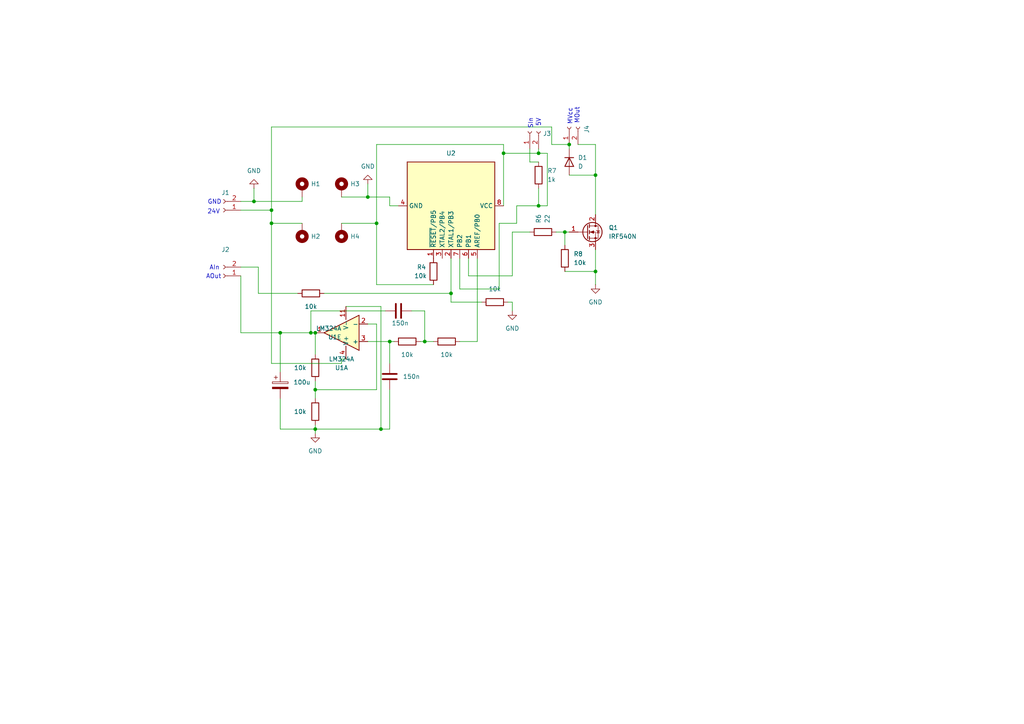
<source format=kicad_sch>
(kicad_sch
	(version 20231120)
	(generator "eeschema")
	(generator_version "8.0")
	(uuid "d67632f9-be5f-4ce1-9698-5a37bf6adf2f")
	(paper "A4")
	(lib_symbols
		(symbol "Amplifier_Operational:LM324A"
			(pin_names
				(offset 0.127)
			)
			(exclude_from_sim no)
			(in_bom yes)
			(on_board yes)
			(property "Reference" "U"
				(at 0 5.08 0)
				(effects
					(font
						(size 1.27 1.27)
					)
					(justify left)
				)
			)
			(property "Value" "LM324A"
				(at 0 -5.08 0)
				(effects
					(font
						(size 1.27 1.27)
					)
					(justify left)
				)
			)
			(property "Footprint" ""
				(at -1.27 2.54 0)
				(effects
					(font
						(size 1.27 1.27)
					)
					(hide yes)
				)
			)
			(property "Datasheet" "http://www.ti.com/lit/ds/symlink/lm2902-n.pdf"
				(at 1.27 5.08 0)
				(effects
					(font
						(size 1.27 1.27)
					)
					(hide yes)
				)
			)
			(property "Description" "Low-Power, Quad-Operational Amplifiers, DIP-14/SOIC-14/SSOP-14"
				(at 0 0 0)
				(effects
					(font
						(size 1.27 1.27)
					)
					(hide yes)
				)
			)
			(property "ki_locked" ""
				(at 0 0 0)
				(effects
					(font
						(size 1.27 1.27)
					)
				)
			)
			(property "ki_keywords" "quad opamp"
				(at 0 0 0)
				(effects
					(font
						(size 1.27 1.27)
					)
					(hide yes)
				)
			)
			(property "ki_fp_filters" "SOIC*3.9x8.7mm*P1.27mm* DIP*W7.62mm* TSSOP*4.4x5mm*P0.65mm* SSOP*5.3x6.2mm*P0.65mm* MSOP*3x3mm*P0.5mm*"
				(at 0 0 0)
				(effects
					(font
						(size 1.27 1.27)
					)
					(hide yes)
				)
			)
			(symbol "LM324A_1_1"
				(polyline
					(pts
						(xy -5.08 5.08) (xy 5.08 0) (xy -5.08 -5.08) (xy -5.08 5.08)
					)
					(stroke
						(width 0.254)
						(type default)
					)
					(fill
						(type background)
					)
				)
				(pin output line
					(at 7.62 0 180)
					(length 2.54)
					(name "~"
						(effects
							(font
								(size 1.27 1.27)
							)
						)
					)
					(number "1"
						(effects
							(font
								(size 1.27 1.27)
							)
						)
					)
				)
				(pin input line
					(at -7.62 -2.54 0)
					(length 2.54)
					(name "-"
						(effects
							(font
								(size 1.27 1.27)
							)
						)
					)
					(number "2"
						(effects
							(font
								(size 1.27 1.27)
							)
						)
					)
				)
				(pin input line
					(at -7.62 2.54 0)
					(length 2.54)
					(name "+"
						(effects
							(font
								(size 1.27 1.27)
							)
						)
					)
					(number "3"
						(effects
							(font
								(size 1.27 1.27)
							)
						)
					)
				)
			)
			(symbol "LM324A_2_1"
				(polyline
					(pts
						(xy -5.08 5.08) (xy 5.08 0) (xy -5.08 -5.08) (xy -5.08 5.08)
					)
					(stroke
						(width 0.254)
						(type default)
					)
					(fill
						(type background)
					)
				)
				(pin input line
					(at -7.62 2.54 0)
					(length 2.54)
					(name "+"
						(effects
							(font
								(size 1.27 1.27)
							)
						)
					)
					(number "5"
						(effects
							(font
								(size 1.27 1.27)
							)
						)
					)
				)
				(pin input line
					(at -7.62 -2.54 0)
					(length 2.54)
					(name "-"
						(effects
							(font
								(size 1.27 1.27)
							)
						)
					)
					(number "6"
						(effects
							(font
								(size 1.27 1.27)
							)
						)
					)
				)
				(pin output line
					(at 7.62 0 180)
					(length 2.54)
					(name "~"
						(effects
							(font
								(size 1.27 1.27)
							)
						)
					)
					(number "7"
						(effects
							(font
								(size 1.27 1.27)
							)
						)
					)
				)
			)
			(symbol "LM324A_3_1"
				(polyline
					(pts
						(xy -5.08 5.08) (xy 5.08 0) (xy -5.08 -5.08) (xy -5.08 5.08)
					)
					(stroke
						(width 0.254)
						(type default)
					)
					(fill
						(type background)
					)
				)
				(pin input line
					(at -7.62 2.54 0)
					(length 2.54)
					(name "+"
						(effects
							(font
								(size 1.27 1.27)
							)
						)
					)
					(number "10"
						(effects
							(font
								(size 1.27 1.27)
							)
						)
					)
				)
				(pin output line
					(at 7.62 0 180)
					(length 2.54)
					(name "~"
						(effects
							(font
								(size 1.27 1.27)
							)
						)
					)
					(number "8"
						(effects
							(font
								(size 1.27 1.27)
							)
						)
					)
				)
				(pin input line
					(at -7.62 -2.54 0)
					(length 2.54)
					(name "-"
						(effects
							(font
								(size 1.27 1.27)
							)
						)
					)
					(number "9"
						(effects
							(font
								(size 1.27 1.27)
							)
						)
					)
				)
			)
			(symbol "LM324A_4_1"
				(polyline
					(pts
						(xy -5.08 5.08) (xy 5.08 0) (xy -5.08 -5.08) (xy -5.08 5.08)
					)
					(stroke
						(width 0.254)
						(type default)
					)
					(fill
						(type background)
					)
				)
				(pin input line
					(at -7.62 2.54 0)
					(length 2.54)
					(name "+"
						(effects
							(font
								(size 1.27 1.27)
							)
						)
					)
					(number "12"
						(effects
							(font
								(size 1.27 1.27)
							)
						)
					)
				)
				(pin input line
					(at -7.62 -2.54 0)
					(length 2.54)
					(name "-"
						(effects
							(font
								(size 1.27 1.27)
							)
						)
					)
					(number "13"
						(effects
							(font
								(size 1.27 1.27)
							)
						)
					)
				)
				(pin output line
					(at 7.62 0 180)
					(length 2.54)
					(name "~"
						(effects
							(font
								(size 1.27 1.27)
							)
						)
					)
					(number "14"
						(effects
							(font
								(size 1.27 1.27)
							)
						)
					)
				)
			)
			(symbol "LM324A_5_1"
				(pin power_in line
					(at -2.54 -7.62 90)
					(length 3.81)
					(name "V-"
						(effects
							(font
								(size 1.27 1.27)
							)
						)
					)
					(number "11"
						(effects
							(font
								(size 1.27 1.27)
							)
						)
					)
				)
				(pin power_in line
					(at -2.54 7.62 270)
					(length 3.81)
					(name "V+"
						(effects
							(font
								(size 1.27 1.27)
							)
						)
					)
					(number "4"
						(effects
							(font
								(size 1.27 1.27)
							)
						)
					)
				)
			)
		)
		(symbol "Connector:Conn_01x02_Socket"
			(pin_names
				(offset 1.016) hide)
			(exclude_from_sim no)
			(in_bom yes)
			(on_board yes)
			(property "Reference" "J"
				(at 0 2.54 0)
				(effects
					(font
						(size 1.27 1.27)
					)
				)
			)
			(property "Value" "Conn_01x02_Socket"
				(at 0 -5.08 0)
				(effects
					(font
						(size 1.27 1.27)
					)
				)
			)
			(property "Footprint" ""
				(at 0 0 0)
				(effects
					(font
						(size 1.27 1.27)
					)
					(hide yes)
				)
			)
			(property "Datasheet" "~"
				(at 0 0 0)
				(effects
					(font
						(size 1.27 1.27)
					)
					(hide yes)
				)
			)
			(property "Description" "Generic connector, single row, 01x02, script generated"
				(at 0 0 0)
				(effects
					(font
						(size 1.27 1.27)
					)
					(hide yes)
				)
			)
			(property "ki_locked" ""
				(at 0 0 0)
				(effects
					(font
						(size 1.27 1.27)
					)
				)
			)
			(property "ki_keywords" "connector"
				(at 0 0 0)
				(effects
					(font
						(size 1.27 1.27)
					)
					(hide yes)
				)
			)
			(property "ki_fp_filters" "Connector*:*_1x??_*"
				(at 0 0 0)
				(effects
					(font
						(size 1.27 1.27)
					)
					(hide yes)
				)
			)
			(symbol "Conn_01x02_Socket_1_1"
				(arc
					(start 0 -2.032)
					(mid -0.5058 -2.54)
					(end 0 -3.048)
					(stroke
						(width 0.1524)
						(type default)
					)
					(fill
						(type none)
					)
				)
				(polyline
					(pts
						(xy -1.27 -2.54) (xy -0.508 -2.54)
					)
					(stroke
						(width 0.1524)
						(type default)
					)
					(fill
						(type none)
					)
				)
				(polyline
					(pts
						(xy -1.27 0) (xy -0.508 0)
					)
					(stroke
						(width 0.1524)
						(type default)
					)
					(fill
						(type none)
					)
				)
				(arc
					(start 0 0.508)
					(mid -0.5058 0)
					(end 0 -0.508)
					(stroke
						(width 0.1524)
						(type default)
					)
					(fill
						(type none)
					)
				)
				(pin passive line
					(at -5.08 0 0)
					(length 3.81)
					(name "Pin_1"
						(effects
							(font
								(size 1.27 1.27)
							)
						)
					)
					(number "1"
						(effects
							(font
								(size 1.27 1.27)
							)
						)
					)
				)
				(pin passive line
					(at -5.08 -2.54 0)
					(length 3.81)
					(name "Pin_2"
						(effects
							(font
								(size 1.27 1.27)
							)
						)
					)
					(number "2"
						(effects
							(font
								(size 1.27 1.27)
							)
						)
					)
				)
			)
		)
		(symbol "Device:C"
			(pin_numbers hide)
			(pin_names
				(offset 0.254)
			)
			(exclude_from_sim no)
			(in_bom yes)
			(on_board yes)
			(property "Reference" "C"
				(at 0.635 2.54 0)
				(effects
					(font
						(size 1.27 1.27)
					)
					(justify left)
				)
			)
			(property "Value" "C"
				(at 0.635 -2.54 0)
				(effects
					(font
						(size 1.27 1.27)
					)
					(justify left)
				)
			)
			(property "Footprint" ""
				(at 0.9652 -3.81 0)
				(effects
					(font
						(size 1.27 1.27)
					)
					(hide yes)
				)
			)
			(property "Datasheet" "~"
				(at 0 0 0)
				(effects
					(font
						(size 1.27 1.27)
					)
					(hide yes)
				)
			)
			(property "Description" "Unpolarized capacitor"
				(at 0 0 0)
				(effects
					(font
						(size 1.27 1.27)
					)
					(hide yes)
				)
			)
			(property "ki_keywords" "cap capacitor"
				(at 0 0 0)
				(effects
					(font
						(size 1.27 1.27)
					)
					(hide yes)
				)
			)
			(property "ki_fp_filters" "C_*"
				(at 0 0 0)
				(effects
					(font
						(size 1.27 1.27)
					)
					(hide yes)
				)
			)
			(symbol "C_0_1"
				(polyline
					(pts
						(xy -2.032 -0.762) (xy 2.032 -0.762)
					)
					(stroke
						(width 0.508)
						(type default)
					)
					(fill
						(type none)
					)
				)
				(polyline
					(pts
						(xy -2.032 0.762) (xy 2.032 0.762)
					)
					(stroke
						(width 0.508)
						(type default)
					)
					(fill
						(type none)
					)
				)
			)
			(symbol "C_1_1"
				(pin passive line
					(at 0 3.81 270)
					(length 2.794)
					(name "~"
						(effects
							(font
								(size 1.27 1.27)
							)
						)
					)
					(number "1"
						(effects
							(font
								(size 1.27 1.27)
							)
						)
					)
				)
				(pin passive line
					(at 0 -3.81 90)
					(length 2.794)
					(name "~"
						(effects
							(font
								(size 1.27 1.27)
							)
						)
					)
					(number "2"
						(effects
							(font
								(size 1.27 1.27)
							)
						)
					)
				)
			)
		)
		(symbol "Device:C_Polarized"
			(pin_numbers hide)
			(pin_names
				(offset 0.254)
			)
			(exclude_from_sim no)
			(in_bom yes)
			(on_board yes)
			(property "Reference" "C"
				(at 0.635 2.54 0)
				(effects
					(font
						(size 1.27 1.27)
					)
					(justify left)
				)
			)
			(property "Value" "C_Polarized"
				(at 0.635 -2.54 0)
				(effects
					(font
						(size 1.27 1.27)
					)
					(justify left)
				)
			)
			(property "Footprint" ""
				(at 0.9652 -3.81 0)
				(effects
					(font
						(size 1.27 1.27)
					)
					(hide yes)
				)
			)
			(property "Datasheet" "~"
				(at 0 0 0)
				(effects
					(font
						(size 1.27 1.27)
					)
					(hide yes)
				)
			)
			(property "Description" "Polarized capacitor"
				(at 0 0 0)
				(effects
					(font
						(size 1.27 1.27)
					)
					(hide yes)
				)
			)
			(property "ki_keywords" "cap capacitor"
				(at 0 0 0)
				(effects
					(font
						(size 1.27 1.27)
					)
					(hide yes)
				)
			)
			(property "ki_fp_filters" "CP_*"
				(at 0 0 0)
				(effects
					(font
						(size 1.27 1.27)
					)
					(hide yes)
				)
			)
			(symbol "C_Polarized_0_1"
				(rectangle
					(start -2.286 0.508)
					(end 2.286 1.016)
					(stroke
						(width 0)
						(type default)
					)
					(fill
						(type none)
					)
				)
				(polyline
					(pts
						(xy -1.778 2.286) (xy -0.762 2.286)
					)
					(stroke
						(width 0)
						(type default)
					)
					(fill
						(type none)
					)
				)
				(polyline
					(pts
						(xy -1.27 2.794) (xy -1.27 1.778)
					)
					(stroke
						(width 0)
						(type default)
					)
					(fill
						(type none)
					)
				)
				(rectangle
					(start 2.286 -0.508)
					(end -2.286 -1.016)
					(stroke
						(width 0)
						(type default)
					)
					(fill
						(type outline)
					)
				)
			)
			(symbol "C_Polarized_1_1"
				(pin passive line
					(at 0 3.81 270)
					(length 2.794)
					(name "~"
						(effects
							(font
								(size 1.27 1.27)
							)
						)
					)
					(number "1"
						(effects
							(font
								(size 1.27 1.27)
							)
						)
					)
				)
				(pin passive line
					(at 0 -3.81 90)
					(length 2.794)
					(name "~"
						(effects
							(font
								(size 1.27 1.27)
							)
						)
					)
					(number "2"
						(effects
							(font
								(size 1.27 1.27)
							)
						)
					)
				)
			)
		)
		(symbol "Device:D"
			(pin_numbers hide)
			(pin_names
				(offset 1.016) hide)
			(exclude_from_sim no)
			(in_bom yes)
			(on_board yes)
			(property "Reference" "D"
				(at 0 2.54 0)
				(effects
					(font
						(size 1.27 1.27)
					)
				)
			)
			(property "Value" "D"
				(at 0 -2.54 0)
				(effects
					(font
						(size 1.27 1.27)
					)
				)
			)
			(property "Footprint" ""
				(at 0 0 0)
				(effects
					(font
						(size 1.27 1.27)
					)
					(hide yes)
				)
			)
			(property "Datasheet" "~"
				(at 0 0 0)
				(effects
					(font
						(size 1.27 1.27)
					)
					(hide yes)
				)
			)
			(property "Description" "Diode"
				(at 0 0 0)
				(effects
					(font
						(size 1.27 1.27)
					)
					(hide yes)
				)
			)
			(property "Sim.Device" "D"
				(at 0 0 0)
				(effects
					(font
						(size 1.27 1.27)
					)
					(hide yes)
				)
			)
			(property "Sim.Pins" "1=K 2=A"
				(at 0 0 0)
				(effects
					(font
						(size 1.27 1.27)
					)
					(hide yes)
				)
			)
			(property "ki_keywords" "diode"
				(at 0 0 0)
				(effects
					(font
						(size 1.27 1.27)
					)
					(hide yes)
				)
			)
			(property "ki_fp_filters" "TO-???* *_Diode_* *SingleDiode* D_*"
				(at 0 0 0)
				(effects
					(font
						(size 1.27 1.27)
					)
					(hide yes)
				)
			)
			(symbol "D_0_1"
				(polyline
					(pts
						(xy -1.27 1.27) (xy -1.27 -1.27)
					)
					(stroke
						(width 0.254)
						(type default)
					)
					(fill
						(type none)
					)
				)
				(polyline
					(pts
						(xy 1.27 0) (xy -1.27 0)
					)
					(stroke
						(width 0)
						(type default)
					)
					(fill
						(type none)
					)
				)
				(polyline
					(pts
						(xy 1.27 1.27) (xy 1.27 -1.27) (xy -1.27 0) (xy 1.27 1.27)
					)
					(stroke
						(width 0.254)
						(type default)
					)
					(fill
						(type none)
					)
				)
			)
			(symbol "D_1_1"
				(pin passive line
					(at -3.81 0 0)
					(length 2.54)
					(name "K"
						(effects
							(font
								(size 1.27 1.27)
							)
						)
					)
					(number "1"
						(effects
							(font
								(size 1.27 1.27)
							)
						)
					)
				)
				(pin passive line
					(at 3.81 0 180)
					(length 2.54)
					(name "A"
						(effects
							(font
								(size 1.27 1.27)
							)
						)
					)
					(number "2"
						(effects
							(font
								(size 1.27 1.27)
							)
						)
					)
				)
			)
		)
		(symbol "Device:R"
			(pin_numbers hide)
			(pin_names
				(offset 0)
			)
			(exclude_from_sim no)
			(in_bom yes)
			(on_board yes)
			(property "Reference" "R"
				(at 2.032 0 90)
				(effects
					(font
						(size 1.27 1.27)
					)
				)
			)
			(property "Value" "R"
				(at 0 0 90)
				(effects
					(font
						(size 1.27 1.27)
					)
				)
			)
			(property "Footprint" ""
				(at -1.778 0 90)
				(effects
					(font
						(size 1.27 1.27)
					)
					(hide yes)
				)
			)
			(property "Datasheet" "~"
				(at 0 0 0)
				(effects
					(font
						(size 1.27 1.27)
					)
					(hide yes)
				)
			)
			(property "Description" "Resistor"
				(at 0 0 0)
				(effects
					(font
						(size 1.27 1.27)
					)
					(hide yes)
				)
			)
			(property "ki_keywords" "R res resistor"
				(at 0 0 0)
				(effects
					(font
						(size 1.27 1.27)
					)
					(hide yes)
				)
			)
			(property "ki_fp_filters" "R_*"
				(at 0 0 0)
				(effects
					(font
						(size 1.27 1.27)
					)
					(hide yes)
				)
			)
			(symbol "R_0_1"
				(rectangle
					(start -1.016 -2.54)
					(end 1.016 2.54)
					(stroke
						(width 0.254)
						(type default)
					)
					(fill
						(type none)
					)
				)
			)
			(symbol "R_1_1"
				(pin passive line
					(at 0 3.81 270)
					(length 1.27)
					(name "~"
						(effects
							(font
								(size 1.27 1.27)
							)
						)
					)
					(number "1"
						(effects
							(font
								(size 1.27 1.27)
							)
						)
					)
				)
				(pin passive line
					(at 0 -3.81 90)
					(length 1.27)
					(name "~"
						(effects
							(font
								(size 1.27 1.27)
							)
						)
					)
					(number "2"
						(effects
							(font
								(size 1.27 1.27)
							)
						)
					)
				)
			)
		)
		(symbol "MCU_Microchip_ATtiny:ATtiny85V-10P"
			(exclude_from_sim no)
			(in_bom yes)
			(on_board yes)
			(property "Reference" "U"
				(at -12.7 13.97 0)
				(effects
					(font
						(size 1.27 1.27)
					)
					(justify left bottom)
				)
			)
			(property "Value" "ATtiny85V-10P"
				(at 2.54 -13.97 0)
				(effects
					(font
						(size 1.27 1.27)
					)
					(justify left top)
				)
			)
			(property "Footprint" "Package_DIP:DIP-8_W7.62mm"
				(at 0 0 0)
				(effects
					(font
						(size 1.27 1.27)
						(italic yes)
					)
					(hide yes)
				)
			)
			(property "Datasheet" "http://ww1.microchip.com/downloads/en/DeviceDoc/atmel-2586-avr-8-bit-microcontroller-attiny25-attiny45-attiny85_datasheet.pdf"
				(at 0 0 0)
				(effects
					(font
						(size 1.27 1.27)
					)
					(hide yes)
				)
			)
			(property "Description" "10MHz, 8kB Flash, 512B SRAM, 512B EEPROM, debugWIRE, DIP-8"
				(at 0 0 0)
				(effects
					(font
						(size 1.27 1.27)
					)
					(hide yes)
				)
			)
			(property "ki_keywords" "AVR 8bit Microcontroller tinyAVR"
				(at 0 0 0)
				(effects
					(font
						(size 1.27 1.27)
					)
					(hide yes)
				)
			)
			(property "ki_fp_filters" "DIP*W7.62mm*"
				(at 0 0 0)
				(effects
					(font
						(size 1.27 1.27)
					)
					(hide yes)
				)
			)
			(symbol "ATtiny85V-10P_0_1"
				(rectangle
					(start -12.7 -12.7)
					(end 12.7 12.7)
					(stroke
						(width 0.254)
						(type default)
					)
					(fill
						(type background)
					)
				)
			)
			(symbol "ATtiny85V-10P_1_1"
				(pin bidirectional line
					(at 15.24 -5.08 180)
					(length 2.54)
					(name "~{RESET}/PB5"
						(effects
							(font
								(size 1.27 1.27)
							)
						)
					)
					(number "1"
						(effects
							(font
								(size 1.27 1.27)
							)
						)
					)
				)
				(pin bidirectional line
					(at 15.24 0 180)
					(length 2.54)
					(name "XTAL1/PB3"
						(effects
							(font
								(size 1.27 1.27)
							)
						)
					)
					(number "2"
						(effects
							(font
								(size 1.27 1.27)
							)
						)
					)
				)
				(pin bidirectional line
					(at 15.24 -2.54 180)
					(length 2.54)
					(name "XTAL2/PB4"
						(effects
							(font
								(size 1.27 1.27)
							)
						)
					)
					(number "3"
						(effects
							(font
								(size 1.27 1.27)
							)
						)
					)
				)
				(pin power_in line
					(at 0 -15.24 90)
					(length 2.54)
					(name "GND"
						(effects
							(font
								(size 1.27 1.27)
							)
						)
					)
					(number "4"
						(effects
							(font
								(size 1.27 1.27)
							)
						)
					)
				)
				(pin bidirectional line
					(at 15.24 7.62 180)
					(length 2.54)
					(name "AREF/PB0"
						(effects
							(font
								(size 1.27 1.27)
							)
						)
					)
					(number "5"
						(effects
							(font
								(size 1.27 1.27)
							)
						)
					)
				)
				(pin bidirectional line
					(at 15.24 5.08 180)
					(length 2.54)
					(name "PB1"
						(effects
							(font
								(size 1.27 1.27)
							)
						)
					)
					(number "6"
						(effects
							(font
								(size 1.27 1.27)
							)
						)
					)
				)
				(pin bidirectional line
					(at 15.24 2.54 180)
					(length 2.54)
					(name "PB2"
						(effects
							(font
								(size 1.27 1.27)
							)
						)
					)
					(number "7"
						(effects
							(font
								(size 1.27 1.27)
							)
						)
					)
				)
				(pin power_in line
					(at 0 15.24 270)
					(length 2.54)
					(name "VCC"
						(effects
							(font
								(size 1.27 1.27)
							)
						)
					)
					(number "8"
						(effects
							(font
								(size 1.27 1.27)
							)
						)
					)
				)
			)
		)
		(symbol "Mechanical:MountingHole_Pad"
			(pin_numbers hide)
			(pin_names
				(offset 1.016) hide)
			(exclude_from_sim yes)
			(in_bom no)
			(on_board yes)
			(property "Reference" "H"
				(at 0 6.35 0)
				(effects
					(font
						(size 1.27 1.27)
					)
				)
			)
			(property "Value" "MountingHole_Pad"
				(at 0 4.445 0)
				(effects
					(font
						(size 1.27 1.27)
					)
				)
			)
			(property "Footprint" ""
				(at 0 0 0)
				(effects
					(font
						(size 1.27 1.27)
					)
					(hide yes)
				)
			)
			(property "Datasheet" "~"
				(at 0 0 0)
				(effects
					(font
						(size 1.27 1.27)
					)
					(hide yes)
				)
			)
			(property "Description" "Mounting Hole with connection"
				(at 0 0 0)
				(effects
					(font
						(size 1.27 1.27)
					)
					(hide yes)
				)
			)
			(property "ki_keywords" "mounting hole"
				(at 0 0 0)
				(effects
					(font
						(size 1.27 1.27)
					)
					(hide yes)
				)
			)
			(property "ki_fp_filters" "MountingHole*Pad*"
				(at 0 0 0)
				(effects
					(font
						(size 1.27 1.27)
					)
					(hide yes)
				)
			)
			(symbol "MountingHole_Pad_0_1"
				(circle
					(center 0 1.27)
					(radius 1.27)
					(stroke
						(width 1.27)
						(type default)
					)
					(fill
						(type none)
					)
				)
			)
			(symbol "MountingHole_Pad_1_1"
				(pin input line
					(at 0 -2.54 90)
					(length 2.54)
					(name "1"
						(effects
							(font
								(size 1.27 1.27)
							)
						)
					)
					(number "1"
						(effects
							(font
								(size 1.27 1.27)
							)
						)
					)
				)
			)
		)
		(symbol "Transistor_FET:IRF540N"
			(pin_names hide)
			(exclude_from_sim no)
			(in_bom yes)
			(on_board yes)
			(property "Reference" "Q"
				(at 5.08 1.905 0)
				(effects
					(font
						(size 1.27 1.27)
					)
					(justify left)
				)
			)
			(property "Value" "IRF540N"
				(at 5.08 0 0)
				(effects
					(font
						(size 1.27 1.27)
					)
					(justify left)
				)
			)
			(property "Footprint" "Package_TO_SOT_THT:TO-220-3_Vertical"
				(at 5.08 -1.905 0)
				(effects
					(font
						(size 1.27 1.27)
						(italic yes)
					)
					(justify left)
					(hide yes)
				)
			)
			(property "Datasheet" "http://www.irf.com/product-info/datasheets/data/irf540n.pdf"
				(at 5.08 -3.81 0)
				(effects
					(font
						(size 1.27 1.27)
					)
					(justify left)
					(hide yes)
				)
			)
			(property "Description" "33A Id, 100V Vds, HEXFET N-Channel MOSFET, TO-220"
				(at 0 0 0)
				(effects
					(font
						(size 1.27 1.27)
					)
					(hide yes)
				)
			)
			(property "ki_keywords" "HEXFET N-Channel MOSFET"
				(at 0 0 0)
				(effects
					(font
						(size 1.27 1.27)
					)
					(hide yes)
				)
			)
			(property "ki_fp_filters" "TO?220*"
				(at 0 0 0)
				(effects
					(font
						(size 1.27 1.27)
					)
					(hide yes)
				)
			)
			(symbol "IRF540N_0_1"
				(polyline
					(pts
						(xy 0.254 0) (xy -2.54 0)
					)
					(stroke
						(width 0)
						(type default)
					)
					(fill
						(type none)
					)
				)
				(polyline
					(pts
						(xy 0.254 1.905) (xy 0.254 -1.905)
					)
					(stroke
						(width 0.254)
						(type default)
					)
					(fill
						(type none)
					)
				)
				(polyline
					(pts
						(xy 0.762 -1.27) (xy 0.762 -2.286)
					)
					(stroke
						(width 0.254)
						(type default)
					)
					(fill
						(type none)
					)
				)
				(polyline
					(pts
						(xy 0.762 0.508) (xy 0.762 -0.508)
					)
					(stroke
						(width 0.254)
						(type default)
					)
					(fill
						(type none)
					)
				)
				(polyline
					(pts
						(xy 0.762 2.286) (xy 0.762 1.27)
					)
					(stroke
						(width 0.254)
						(type default)
					)
					(fill
						(type none)
					)
				)
				(polyline
					(pts
						(xy 2.54 2.54) (xy 2.54 1.778)
					)
					(stroke
						(width 0)
						(type default)
					)
					(fill
						(type none)
					)
				)
				(polyline
					(pts
						(xy 2.54 -2.54) (xy 2.54 0) (xy 0.762 0)
					)
					(stroke
						(width 0)
						(type default)
					)
					(fill
						(type none)
					)
				)
				(polyline
					(pts
						(xy 0.762 -1.778) (xy 3.302 -1.778) (xy 3.302 1.778) (xy 0.762 1.778)
					)
					(stroke
						(width 0)
						(type default)
					)
					(fill
						(type none)
					)
				)
				(polyline
					(pts
						(xy 1.016 0) (xy 2.032 0.381) (xy 2.032 -0.381) (xy 1.016 0)
					)
					(stroke
						(width 0)
						(type default)
					)
					(fill
						(type outline)
					)
				)
				(polyline
					(pts
						(xy 2.794 0.508) (xy 2.921 0.381) (xy 3.683 0.381) (xy 3.81 0.254)
					)
					(stroke
						(width 0)
						(type default)
					)
					(fill
						(type none)
					)
				)
				(polyline
					(pts
						(xy 3.302 0.381) (xy 2.921 -0.254) (xy 3.683 -0.254) (xy 3.302 0.381)
					)
					(stroke
						(width 0)
						(type default)
					)
					(fill
						(type none)
					)
				)
				(circle
					(center 1.651 0)
					(radius 2.794)
					(stroke
						(width 0.254)
						(type default)
					)
					(fill
						(type none)
					)
				)
				(circle
					(center 2.54 -1.778)
					(radius 0.254)
					(stroke
						(width 0)
						(type default)
					)
					(fill
						(type outline)
					)
				)
				(circle
					(center 2.54 1.778)
					(radius 0.254)
					(stroke
						(width 0)
						(type default)
					)
					(fill
						(type outline)
					)
				)
			)
			(symbol "IRF540N_1_1"
				(pin input line
					(at -5.08 0 0)
					(length 2.54)
					(name "G"
						(effects
							(font
								(size 1.27 1.27)
							)
						)
					)
					(number "1"
						(effects
							(font
								(size 1.27 1.27)
							)
						)
					)
				)
				(pin passive line
					(at 2.54 5.08 270)
					(length 2.54)
					(name "D"
						(effects
							(font
								(size 1.27 1.27)
							)
						)
					)
					(number "2"
						(effects
							(font
								(size 1.27 1.27)
							)
						)
					)
				)
				(pin passive line
					(at 2.54 -5.08 90)
					(length 2.54)
					(name "S"
						(effects
							(font
								(size 1.27 1.27)
							)
						)
					)
					(number "3"
						(effects
							(font
								(size 1.27 1.27)
							)
						)
					)
				)
			)
		)
		(symbol "power:GND"
			(power)
			(pin_numbers hide)
			(pin_names
				(offset 0) hide)
			(exclude_from_sim no)
			(in_bom yes)
			(on_board yes)
			(property "Reference" "#PWR"
				(at 0 -6.35 0)
				(effects
					(font
						(size 1.27 1.27)
					)
					(hide yes)
				)
			)
			(property "Value" "GND"
				(at 0 -3.81 0)
				(effects
					(font
						(size 1.27 1.27)
					)
				)
			)
			(property "Footprint" ""
				(at 0 0 0)
				(effects
					(font
						(size 1.27 1.27)
					)
					(hide yes)
				)
			)
			(property "Datasheet" ""
				(at 0 0 0)
				(effects
					(font
						(size 1.27 1.27)
					)
					(hide yes)
				)
			)
			(property "Description" "Power symbol creates a global label with name \"GND\" , ground"
				(at 0 0 0)
				(effects
					(font
						(size 1.27 1.27)
					)
					(hide yes)
				)
			)
			(property "ki_keywords" "global power"
				(at 0 0 0)
				(effects
					(font
						(size 1.27 1.27)
					)
					(hide yes)
				)
			)
			(symbol "GND_0_1"
				(polyline
					(pts
						(xy 0 0) (xy 0 -1.27) (xy 1.27 -1.27) (xy 0 -2.54) (xy -1.27 -1.27) (xy 0 -1.27)
					)
					(stroke
						(width 0)
						(type default)
					)
					(fill
						(type none)
					)
				)
			)
			(symbol "GND_1_1"
				(pin power_in line
					(at 0 0 270)
					(length 0)
					(name "~"
						(effects
							(font
								(size 1.27 1.27)
							)
						)
					)
					(number "1"
						(effects
							(font
								(size 1.27 1.27)
							)
						)
					)
				)
			)
		)
	)
	(junction
		(at 146.05 44.45)
		(diameter 0)
		(color 0 0 0 0)
		(uuid "08e44d4b-cb70-4122-90ca-1ad9964639ac")
	)
	(junction
		(at 91.44 124.46)
		(diameter 0)
		(color 0 0 0 0)
		(uuid "12bc1540-6b5d-4397-bc62-0bdb67a7f277")
	)
	(junction
		(at 113.03 99.06)
		(diameter 0)
		(color 0 0 0 0)
		(uuid "1e1ae972-99cb-4070-94aa-6a19467e7671")
	)
	(junction
		(at 156.21 59.69)
		(diameter 0)
		(color 0 0 0 0)
		(uuid "1ed56a55-8d66-42e3-b27d-e97836eedb9a")
	)
	(junction
		(at 156.21 44.45)
		(diameter 0)
		(color 0 0 0 0)
		(uuid "20c9848e-5dfb-4acf-8fa2-aedbf6c506db")
	)
	(junction
		(at 78.74 64.77)
		(diameter 0)
		(color 0 0 0 0)
		(uuid "232ecc4b-f9d7-4430-b104-282089755da2")
	)
	(junction
		(at 109.22 64.77)
		(diameter 0)
		(color 0 0 0 0)
		(uuid "268e5830-8808-4a04-8ae0-fbf607820278")
	)
	(junction
		(at 91.44 113.03)
		(diameter 0)
		(color 0 0 0 0)
		(uuid "27fd2a0d-604d-4ad8-8863-86d0022e5917")
	)
	(junction
		(at 78.74 60.96)
		(diameter 0)
		(color 0 0 0 0)
		(uuid "369a9eed-aefa-4eb7-8d6b-959aa6e0a84c")
	)
	(junction
		(at 163.83 67.31)
		(diameter 0)
		(color 0 0 0 0)
		(uuid "371f226a-5751-441a-af4b-1e77b727b97e")
	)
	(junction
		(at 110.49 124.46)
		(diameter 0)
		(color 0 0 0 0)
		(uuid "5800679f-9a2b-4950-9032-f027a6b00dc7")
	)
	(junction
		(at 81.28 96.52)
		(diameter 0)
		(color 0 0 0 0)
		(uuid "610837e5-b23e-4c3e-8f2d-cd48d71b976d")
	)
	(junction
		(at 106.68 57.15)
		(diameter 0)
		(color 0 0 0 0)
		(uuid "61725590-988b-4a2c-9b9e-baa3d3708641")
	)
	(junction
		(at 172.72 78.74)
		(diameter 0)
		(color 0 0 0 0)
		(uuid "70e93bfe-a7e3-4e27-b35f-07f1fd6d48b6")
	)
	(junction
		(at 90.17 96.52)
		(diameter 0)
		(color 0 0 0 0)
		(uuid "92388f6a-cf47-4c62-83f9-bcef99c61f69")
	)
	(junction
		(at 73.66 58.42)
		(diameter 0)
		(color 0 0 0 0)
		(uuid "a055a0f8-41a2-44ed-bd80-366e71f9df8c")
	)
	(junction
		(at 165.1 41.91)
		(diameter 0)
		(color 0 0 0 0)
		(uuid "a6b72ed0-71bd-47ae-83ed-b3db9e129e2a")
	)
	(junction
		(at 91.44 96.52)
		(diameter 0)
		(color 0 0 0 0)
		(uuid "b58425f2-1f2c-4529-b4e8-e21b7fbfc056")
	)
	(junction
		(at 130.81 85.09)
		(diameter 0)
		(color 0 0 0 0)
		(uuid "c25706f3-e0eb-4b7a-90fe-f37ceb0a8be8")
	)
	(junction
		(at 172.72 50.8)
		(diameter 0)
		(color 0 0 0 0)
		(uuid "d9aaebc9-0efc-436f-810a-3a8f70d711e5")
	)
	(junction
		(at 123.19 99.06)
		(diameter 0)
		(color 0 0 0 0)
		(uuid "e678636a-c845-4a76-92f7-14e8c81a376e")
	)
	(wire
		(pts
			(xy 156.21 54.61) (xy 156.21 59.69)
		)
		(stroke
			(width 0)
			(type default)
		)
		(uuid "0186bf65-c9ea-4b1c-b803-5c191e7bde30")
	)
	(wire
		(pts
			(xy 99.06 104.14) (xy 100.33 104.14)
		)
		(stroke
			(width 0)
			(type default)
		)
		(uuid "022886a2-8ed7-4c5d-b4fd-c184c1399248")
	)
	(wire
		(pts
			(xy 90.17 90.17) (xy 111.76 90.17)
		)
		(stroke
			(width 0)
			(type default)
		)
		(uuid "02388d03-16d3-4271-8c72-4844302dc3bb")
	)
	(wire
		(pts
			(xy 123.19 90.17) (xy 123.19 99.06)
		)
		(stroke
			(width 0)
			(type default)
		)
		(uuid "039923f6-bacf-4b97-a1fa-2fa555d8b7ff")
	)
	(wire
		(pts
			(xy 91.44 110.49) (xy 91.44 113.03)
		)
		(stroke
			(width 0)
			(type default)
		)
		(uuid "04b37401-1bf6-4ee6-816a-0d5eac0bc031")
	)
	(wire
		(pts
			(xy 99.06 57.15) (xy 106.68 57.15)
		)
		(stroke
			(width 0)
			(type default)
		)
		(uuid "05505862-b03c-405a-b651-f1e22722a17b")
	)
	(wire
		(pts
			(xy 146.05 41.91) (xy 146.05 44.45)
		)
		(stroke
			(width 0)
			(type default)
		)
		(uuid "086a0e81-771f-4846-aedc-50df2ce2d749")
	)
	(wire
		(pts
			(xy 90.17 90.17) (xy 90.17 96.52)
		)
		(stroke
			(width 0)
			(type default)
		)
		(uuid "09a568f5-4d25-4982-9149-993d028e5d78")
	)
	(wire
		(pts
			(xy 78.74 64.77) (xy 87.63 64.77)
		)
		(stroke
			(width 0)
			(type default)
		)
		(uuid "0c86a684-5ea2-4ad6-933e-b36f608e13eb")
	)
	(wire
		(pts
			(xy 93.98 85.09) (xy 130.81 85.09)
		)
		(stroke
			(width 0)
			(type default)
		)
		(uuid "0cebd6b3-c18a-49a8-a5de-c155ecd9e5ae")
	)
	(wire
		(pts
			(xy 91.44 124.46) (xy 91.44 125.73)
		)
		(stroke
			(width 0)
			(type default)
		)
		(uuid "14a758b4-dc85-41dc-ba67-0d8a4b8d0083")
	)
	(wire
		(pts
			(xy 153.67 43.18) (xy 153.67 46.99)
		)
		(stroke
			(width 0)
			(type default)
		)
		(uuid "15c71ce3-6c10-471e-a71f-ae065823a9e5")
	)
	(wire
		(pts
			(xy 92.71 96.52) (xy 91.44 96.52)
		)
		(stroke
			(width 0)
			(type default)
		)
		(uuid "183866f1-24ce-4301-a3ec-2a845e4f7951")
	)
	(wire
		(pts
			(xy 110.49 124.46) (xy 113.03 124.46)
		)
		(stroke
			(width 0)
			(type default)
		)
		(uuid "198c3c40-0123-4afc-b340-f3b8e105e8a9")
	)
	(wire
		(pts
			(xy 106.68 99.06) (xy 113.03 99.06)
		)
		(stroke
			(width 0)
			(type default)
		)
		(uuid "19a3d28b-10d5-4277-878e-2669f0749f1c")
	)
	(wire
		(pts
			(xy 125.73 99.06) (xy 123.19 99.06)
		)
		(stroke
			(width 0)
			(type default)
		)
		(uuid "1c89fa7d-12dc-4ff4-84c0-3f73c8706537")
	)
	(wire
		(pts
			(xy 158.75 44.45) (xy 158.75 59.69)
		)
		(stroke
			(width 0)
			(type default)
		)
		(uuid "1d02f130-023a-4742-8b43-1c8c3dc66ebb")
	)
	(wire
		(pts
			(xy 144.78 64.77) (xy 144.78 83.82)
		)
		(stroke
			(width 0)
			(type default)
		)
		(uuid "2453dbea-c188-4b2a-a6f2-2aa6176b68c6")
	)
	(wire
		(pts
			(xy 91.44 96.52) (xy 91.44 102.87)
		)
		(stroke
			(width 0)
			(type default)
		)
		(uuid "26c1f511-7114-4138-94d8-6638e083a408")
	)
	(wire
		(pts
			(xy 130.81 85.09) (xy 130.81 87.63)
		)
		(stroke
			(width 0)
			(type default)
		)
		(uuid "2798f5c9-10ba-4c74-a2cf-b0a184a6e4f7")
	)
	(wire
		(pts
			(xy 158.75 59.69) (xy 156.21 59.69)
		)
		(stroke
			(width 0)
			(type default)
		)
		(uuid "29e99398-d43d-419b-b5b2-985303c302b4")
	)
	(wire
		(pts
			(xy 78.74 36.83) (xy 78.74 60.96)
		)
		(stroke
			(width 0)
			(type default)
		)
		(uuid "2a2b20f2-5f1c-4b6d-b9c9-1246387d7c76")
	)
	(wire
		(pts
			(xy 74.93 77.47) (xy 74.93 85.09)
		)
		(stroke
			(width 0)
			(type default)
		)
		(uuid "2a92fb8f-6146-473a-8151-060f2b7aab3a")
	)
	(wire
		(pts
			(xy 109.22 93.98) (xy 109.22 113.03)
		)
		(stroke
			(width 0)
			(type default)
		)
		(uuid "2fcb2697-ef72-48ca-bd7b-8af9965280c1")
	)
	(wire
		(pts
			(xy 147.32 87.63) (xy 148.59 87.63)
		)
		(stroke
			(width 0)
			(type default)
		)
		(uuid "34230467-c89b-480d-989c-498450769b4e")
	)
	(wire
		(pts
			(xy 113.03 59.69) (xy 115.57 59.69)
		)
		(stroke
			(width 0)
			(type default)
		)
		(uuid "35430796-e5dc-4897-b9f3-97fdbd5b99ee")
	)
	(wire
		(pts
			(xy 119.38 90.17) (xy 123.19 90.17)
		)
		(stroke
			(width 0)
			(type default)
		)
		(uuid "3662bb45-4f16-4029-8a78-52b66c5bd81c")
	)
	(wire
		(pts
			(xy 91.44 113.03) (xy 91.44 115.57)
		)
		(stroke
			(width 0)
			(type default)
		)
		(uuid "37493940-4637-46e3-93cb-c9aa0e39d731")
	)
	(wire
		(pts
			(xy 109.22 82.55) (xy 109.22 64.77)
		)
		(stroke
			(width 0)
			(type default)
		)
		(uuid "37c133cd-d09c-49de-bc91-3c314a1e0f81")
	)
	(wire
		(pts
			(xy 74.93 85.09) (xy 86.36 85.09)
		)
		(stroke
			(width 0)
			(type default)
		)
		(uuid "3abf06f8-c7e0-4809-9975-848b156b3917")
	)
	(wire
		(pts
			(xy 149.86 59.69) (xy 149.86 64.77)
		)
		(stroke
			(width 0)
			(type default)
		)
		(uuid "3bcadb2e-27d7-479b-8225-8da4c076aa22")
	)
	(wire
		(pts
			(xy 135.89 74.93) (xy 135.89 80.01)
		)
		(stroke
			(width 0)
			(type default)
		)
		(uuid "3cc7e38a-09fa-4d93-9d6f-c7d0d0fac276")
	)
	(wire
		(pts
			(xy 78.74 60.96) (xy 78.74 64.77)
		)
		(stroke
			(width 0)
			(type default)
		)
		(uuid "402f7ced-23bd-4974-9e27-e46861925407")
	)
	(wire
		(pts
			(xy 161.29 67.31) (xy 163.83 67.31)
		)
		(stroke
			(width 0)
			(type default)
		)
		(uuid "4806ac6b-b6b9-436a-bd3b-115c7a022db0")
	)
	(wire
		(pts
			(xy 91.44 113.03) (xy 109.22 113.03)
		)
		(stroke
			(width 0)
			(type default)
		)
		(uuid "48d2ca6f-3786-4f54-ad97-ed7b25563dd1")
	)
	(wire
		(pts
			(xy 78.74 36.83) (xy 160.02 36.83)
		)
		(stroke
			(width 0)
			(type default)
		)
		(uuid "4e2a1fb9-c245-4347-b03c-c0ec833a2859")
	)
	(wire
		(pts
			(xy 156.21 44.45) (xy 158.75 44.45)
		)
		(stroke
			(width 0)
			(type default)
		)
		(uuid "508cbfb0-7fd0-4e52-8b12-bcc3c77e4c6f")
	)
	(wire
		(pts
			(xy 69.85 80.01) (xy 69.85 96.52)
		)
		(stroke
			(width 0)
			(type default)
		)
		(uuid "50b8cd9e-80ee-4295-9868-8c8f5fdf9be8")
	)
	(wire
		(pts
			(xy 123.19 99.06) (xy 121.92 99.06)
		)
		(stroke
			(width 0)
			(type default)
		)
		(uuid "511d9ecf-c230-4887-bbd1-812719bfce49")
	)
	(wire
		(pts
			(xy 160.02 41.91) (xy 160.02 36.83)
		)
		(stroke
			(width 0)
			(type default)
		)
		(uuid "53ccd9d8-e58a-4707-a1e8-84af0dcc5fd2")
	)
	(wire
		(pts
			(xy 146.05 44.45) (xy 146.05 59.69)
		)
		(stroke
			(width 0)
			(type default)
		)
		(uuid "553c8bbb-fe80-47bb-ae99-81f7b25cd478")
	)
	(wire
		(pts
			(xy 114.3 99.06) (xy 113.03 99.06)
		)
		(stroke
			(width 0)
			(type default)
		)
		(uuid "56ee3d31-5062-486a-abb9-5f2b6ccbae5e")
	)
	(wire
		(pts
			(xy 69.85 77.47) (xy 74.93 77.47)
		)
		(stroke
			(width 0)
			(type default)
		)
		(uuid "591ad20c-d3a2-4e4c-a508-f6684b118ff5")
	)
	(wire
		(pts
			(xy 167.64 41.91) (xy 172.72 41.91)
		)
		(stroke
			(width 0)
			(type default)
		)
		(uuid "5b6d1667-1a7a-415e-b5bb-2163b8ab00c5")
	)
	(wire
		(pts
			(xy 163.83 67.31) (xy 165.1 67.31)
		)
		(stroke
			(width 0)
			(type default)
		)
		(uuid "5eace553-b0f9-4c1a-9df4-ac3ac6ee9397")
	)
	(wire
		(pts
			(xy 73.66 58.42) (xy 87.63 58.42)
		)
		(stroke
			(width 0)
			(type default)
		)
		(uuid "62374557-9f01-445b-a9c1-2f3ad61be447")
	)
	(wire
		(pts
			(xy 148.59 87.63) (xy 148.59 90.17)
		)
		(stroke
			(width 0)
			(type default)
		)
		(uuid "6a4fbab4-3441-42b0-acd9-1c5e927e9c5c")
	)
	(wire
		(pts
			(xy 90.17 96.52) (xy 91.44 96.52)
		)
		(stroke
			(width 0)
			(type default)
		)
		(uuid "6aceb4a9-292c-4a01-82a1-3bf0413b7ea4")
	)
	(wire
		(pts
			(xy 109.22 41.91) (xy 146.05 41.91)
		)
		(stroke
			(width 0)
			(type default)
		)
		(uuid "6faef443-875a-44a6-9992-0c15b9d3339c")
	)
	(wire
		(pts
			(xy 148.59 67.31) (xy 153.67 67.31)
		)
		(stroke
			(width 0)
			(type default)
		)
		(uuid "6fd951ca-ed2b-4f50-80ab-bb37cf9b3e8b")
	)
	(wire
		(pts
			(xy 81.28 107.95) (xy 81.28 96.52)
		)
		(stroke
			(width 0)
			(type default)
		)
		(uuid "7068624f-02fe-4310-9d9d-37bccab6a487")
	)
	(wire
		(pts
			(xy 133.35 83.82) (xy 133.35 74.93)
		)
		(stroke
			(width 0)
			(type default)
		)
		(uuid "73460fe4-e1e9-45c9-8463-58f8b713d1bc")
	)
	(wire
		(pts
			(xy 113.03 57.15) (xy 113.03 59.69)
		)
		(stroke
			(width 0)
			(type default)
		)
		(uuid "76096d47-309a-4f3a-bd93-c78089fd6dc6")
	)
	(wire
		(pts
			(xy 156.21 43.18) (xy 156.21 44.45)
		)
		(stroke
			(width 0)
			(type default)
		)
		(uuid "7b0e49a4-c7e6-4cb7-8c85-3a7eb90992a1")
	)
	(wire
		(pts
			(xy 144.78 83.82) (xy 133.35 83.82)
		)
		(stroke
			(width 0)
			(type default)
		)
		(uuid "7b963977-33ff-403b-a78e-204264e0821f")
	)
	(wire
		(pts
			(xy 149.86 59.69) (xy 156.21 59.69)
		)
		(stroke
			(width 0)
			(type default)
		)
		(uuid "7cb13e02-beb3-49b3-837f-7c9a0deeeb0f")
	)
	(wire
		(pts
			(xy 163.83 67.31) (xy 163.83 71.12)
		)
		(stroke
			(width 0)
			(type default)
		)
		(uuid "800cab5a-708f-4493-9b67-13b08234328d")
	)
	(wire
		(pts
			(xy 138.43 74.93) (xy 138.43 99.06)
		)
		(stroke
			(width 0)
			(type default)
		)
		(uuid "83c0d72c-a10d-4ee7-b3b6-bafd262c1fe5")
	)
	(wire
		(pts
			(xy 130.81 87.63) (xy 139.7 87.63)
		)
		(stroke
			(width 0)
			(type default)
		)
		(uuid "874b2a36-36c0-4b03-a432-ef0d884e7079")
	)
	(wire
		(pts
			(xy 109.22 64.77) (xy 109.22 41.91)
		)
		(stroke
			(width 0)
			(type default)
		)
		(uuid "88f9d611-22c4-472e-bd3b-4d3e380f8387")
	)
	(wire
		(pts
			(xy 106.68 57.15) (xy 113.03 57.15)
		)
		(stroke
			(width 0)
			(type default)
		)
		(uuid "8a43e46e-7ac7-4dec-ac3c-bca5680b11cb")
	)
	(wire
		(pts
			(xy 91.44 123.19) (xy 91.44 124.46)
		)
		(stroke
			(width 0)
			(type default)
		)
		(uuid "9b40b577-05e2-4d25-bff8-a2c5758dbe19")
	)
	(wire
		(pts
			(xy 81.28 115.57) (xy 81.28 124.46)
		)
		(stroke
			(width 0)
			(type default)
		)
		(uuid "9bfa59c6-7df9-494a-b62c-5a4a1f594634")
	)
	(wire
		(pts
			(xy 172.72 50.8) (xy 172.72 62.23)
		)
		(stroke
			(width 0)
			(type default)
		)
		(uuid "a71804af-eef0-4cb3-b0fb-ca10b855af9b")
	)
	(wire
		(pts
			(xy 153.67 46.99) (xy 156.21 46.99)
		)
		(stroke
			(width 0)
			(type default)
		)
		(uuid "a79b9585-391c-4071-b5f7-9b38dde09e3b")
	)
	(wire
		(pts
			(xy 100.33 88.9) (xy 110.49 88.9)
		)
		(stroke
			(width 0)
			(type default)
		)
		(uuid "a7fc0d85-dc7e-4540-b41c-1abbf2e56743")
	)
	(wire
		(pts
			(xy 87.63 58.42) (xy 87.63 57.15)
		)
		(stroke
			(width 0)
			(type default)
		)
		(uuid "a8218249-b462-41b9-a14a-cff9cf734b2f")
	)
	(wire
		(pts
			(xy 69.85 60.96) (xy 78.74 60.96)
		)
		(stroke
			(width 0)
			(type default)
		)
		(uuid "aeed1212-aba4-4bca-8378-00e264ef7254")
	)
	(wire
		(pts
			(xy 78.74 105.41) (xy 99.06 105.41)
		)
		(stroke
			(width 0)
			(type default)
		)
		(uuid "b0ab68e7-36eb-4cc8-821f-22321ff1a7cd")
	)
	(wire
		(pts
			(xy 165.1 50.8) (xy 172.72 50.8)
		)
		(stroke
			(width 0)
			(type default)
		)
		(uuid "b7b187f3-e4ba-43a1-aaf5-02a64917a1ea")
	)
	(wire
		(pts
			(xy 138.43 99.06) (xy 133.35 99.06)
		)
		(stroke
			(width 0)
			(type default)
		)
		(uuid "ba80def8-4dba-4fa7-b095-2f8cecbd8d05")
	)
	(wire
		(pts
			(xy 110.49 88.9) (xy 110.49 124.46)
		)
		(stroke
			(width 0)
			(type default)
		)
		(uuid "be5f900d-d1c1-412d-bb79-d152c4cba751")
	)
	(wire
		(pts
			(xy 172.72 41.91) (xy 172.72 50.8)
		)
		(stroke
			(width 0)
			(type default)
		)
		(uuid "bfb81c6f-1fbb-41b0-b07e-789ad012f180")
	)
	(wire
		(pts
			(xy 113.03 105.41) (xy 113.03 99.06)
		)
		(stroke
			(width 0)
			(type default)
		)
		(uuid "c5074ffa-7978-4ce8-84b9-1339e49b8562")
	)
	(wire
		(pts
			(xy 135.89 80.01) (xy 148.59 80.01)
		)
		(stroke
			(width 0)
			(type default)
		)
		(uuid "c91bc846-33e1-421a-84b1-6bf24428a737")
	)
	(wire
		(pts
			(xy 106.68 93.98) (xy 109.22 93.98)
		)
		(stroke
			(width 0)
			(type default)
		)
		(uuid "cab475f3-7143-4e7b-afdb-6831cb20f37a")
	)
	(wire
		(pts
			(xy 106.68 53.34) (xy 106.68 57.15)
		)
		(stroke
			(width 0)
			(type default)
		)
		(uuid "d0b521aa-f05d-4cdb-a334-bff0bd1966d9")
	)
	(wire
		(pts
			(xy 125.73 82.55) (xy 109.22 82.55)
		)
		(stroke
			(width 0)
			(type default)
		)
		(uuid "d5d82082-199d-404a-95f9-78acd9029ce0")
	)
	(wire
		(pts
			(xy 81.28 124.46) (xy 91.44 124.46)
		)
		(stroke
			(width 0)
			(type default)
		)
		(uuid "d7d96e83-4526-4bab-85c5-1917dc3932dd")
	)
	(wire
		(pts
			(xy 163.83 78.74) (xy 172.72 78.74)
		)
		(stroke
			(width 0)
			(type default)
		)
		(uuid "d88e781e-7b89-4065-9f71-1b4f7a862ac2")
	)
	(wire
		(pts
			(xy 148.59 80.01) (xy 148.59 67.31)
		)
		(stroke
			(width 0)
			(type default)
		)
		(uuid "da5ef37a-199c-4b34-835f-ff87fbd8fb8e")
	)
	(wire
		(pts
			(xy 172.72 72.39) (xy 172.72 78.74)
		)
		(stroke
			(width 0)
			(type default)
		)
		(uuid "db2a1f24-1cee-4226-a765-62f2598e8274")
	)
	(wire
		(pts
			(xy 81.28 96.52) (xy 90.17 96.52)
		)
		(stroke
			(width 0)
			(type default)
		)
		(uuid "dddcb862-fc1d-41e2-bcef-04780bdb6891")
	)
	(wire
		(pts
			(xy 172.72 78.74) (xy 172.72 82.55)
		)
		(stroke
			(width 0)
			(type default)
		)
		(uuid "e0868697-402a-4de3-91c0-8c76684f69b7")
	)
	(wire
		(pts
			(xy 91.44 124.46) (xy 110.49 124.46)
		)
		(stroke
			(width 0)
			(type default)
		)
		(uuid "e145240d-cfd1-4e59-81ae-9d246ce8f4f4")
	)
	(wire
		(pts
			(xy 165.1 41.91) (xy 160.02 41.91)
		)
		(stroke
			(width 0)
			(type default)
		)
		(uuid "e1cff8e7-df41-4e6f-be51-86f9326653ac")
	)
	(wire
		(pts
			(xy 69.85 96.52) (xy 81.28 96.52)
		)
		(stroke
			(width 0)
			(type default)
		)
		(uuid "e45ead1f-0ef4-4fcc-8071-7bd8b2a3fe99")
	)
	(wire
		(pts
			(xy 73.66 54.61) (xy 73.66 58.42)
		)
		(stroke
			(width 0)
			(type default)
		)
		(uuid "e5d787ac-783b-4607-9fc7-618f13daafcc")
	)
	(wire
		(pts
			(xy 113.03 113.03) (xy 113.03 124.46)
		)
		(stroke
			(width 0)
			(type default)
		)
		(uuid "e936a857-df01-4bbb-9dbb-45f00f424607")
	)
	(wire
		(pts
			(xy 149.86 64.77) (xy 144.78 64.77)
		)
		(stroke
			(width 0)
			(type default)
		)
		(uuid "ea69d7b2-a725-49d5-b45f-5793fd1d8ed2")
	)
	(wire
		(pts
			(xy 69.85 58.42) (xy 73.66 58.42)
		)
		(stroke
			(width 0)
			(type default)
		)
		(uuid "ed07fbf1-84dc-4b78-97aa-2356b3a0aafb")
	)
	(wire
		(pts
			(xy 146.05 44.45) (xy 156.21 44.45)
		)
		(stroke
			(width 0)
			(type default)
		)
		(uuid "eddbd596-490a-4d7f-bd52-1369095675b6")
	)
	(wire
		(pts
			(xy 130.81 74.93) (xy 130.81 85.09)
		)
		(stroke
			(width 0)
			(type default)
		)
		(uuid "f1729bbf-57f7-4c28-9fe1-cd90d414cca6")
	)
	(wire
		(pts
			(xy 99.06 64.77) (xy 109.22 64.77)
		)
		(stroke
			(width 0)
			(type default)
		)
		(uuid "f58c330e-afa0-4b2b-869a-497ffa8b309d")
	)
	(wire
		(pts
			(xy 165.1 41.91) (xy 165.1 43.18)
		)
		(stroke
			(width 0)
			(type default)
		)
		(uuid "f5a56942-79f8-43a1-9939-3c322a2ea88f")
	)
	(wire
		(pts
			(xy 78.74 64.77) (xy 78.74 105.41)
		)
		(stroke
			(width 0)
			(type default)
		)
		(uuid "fa27ce59-bb27-40ad-bf29-ed56f3e59467")
	)
	(wire
		(pts
			(xy 99.06 104.14) (xy 99.06 105.41)
		)
		(stroke
			(width 0)
			(type default)
		)
		(uuid "febccbd8-8db1-4e94-8a82-8d229f664d4f")
	)
	(text "AIn"
		(exclude_from_sim no)
		(at 62.23 77.724 0)
		(effects
			(font
				(size 1.27 1.27)
			)
		)
		(uuid "230901df-e071-4382-934f-4c2657e29987")
	)
	(text "SIn\n"
		(exclude_from_sim no)
		(at 153.924 35.814 90)
		(effects
			(font
				(size 1.27 1.27)
			)
		)
		(uuid "276babf3-b06e-4afa-ab1f-751d11b4c387")
	)
	(text "MVcc"
		(exclude_from_sim no)
		(at 165.354 33.782 90)
		(effects
			(font
				(size 1.27 1.27)
			)
		)
		(uuid "2c1c6d1f-b165-47a1-81d4-a1ac05616cb4")
	)
	(text "MOut\n"
		(exclude_from_sim no)
		(at 167.386 33.528 90)
		(effects
			(font
				(size 1.27 1.27)
			)
		)
		(uuid "34c89ac4-74c0-48ab-ab00-693dc069b0eb")
	)
	(text "5V\n"
		(exclude_from_sim no)
		(at 156.21 35.56 90)
		(effects
			(font
				(size 1.27 1.27)
			)
		)
		(uuid "4977fbe0-7942-42a1-ad58-c8c1277d409e")
	)
	(text "GND\n"
		(exclude_from_sim no)
		(at 62.23 58.674 0)
		(effects
			(font
				(size 1.27 1.27)
			)
		)
		(uuid "554ec51e-5223-4779-9c1e-d79bfab24298")
	)
	(text "AOut\n"
		(exclude_from_sim no)
		(at 61.976 80.264 0)
		(effects
			(font
				(size 1.27 1.27)
			)
		)
		(uuid "b4b3abf6-5949-46d8-ad62-090f381af5dc")
	)
	(text "24V"
		(exclude_from_sim no)
		(at 61.976 61.468 0)
		(effects
			(font
				(size 1.27 1.27)
			)
		)
		(uuid "c69f0e99-b50d-45f3-a7a7-013e2350d4da")
	)
	(symbol
		(lib_id "Connector:Conn_01x02_Socket")
		(at 153.67 38.1 90)
		(unit 1)
		(exclude_from_sim no)
		(in_bom yes)
		(on_board yes)
		(dnp no)
		(fields_autoplaced yes)
		(uuid "0d93e5d7-8a32-4e63-80aa-b967ede59b73")
		(property "Reference" "J3"
			(at 157.48 38.7349 90)
			(effects
				(font
					(size 1.27 1.27)
				)
				(justify right)
			)
		)
		(property "Value" "Conn_01x02_Socket"
			(at 157.48 40.0049 90)
			(effects
				(font
					(size 1.27 1.27)
				)
				(justify right)
				(hide yes)
			)
		)
		(property "Footprint" "Connector_Phoenix_MC:PhoenixContact_MC_1,5_2-G-3.81_1x02_P3.81mm_Horizontal"
			(at 153.67 38.1 0)
			(effects
				(font
					(size 1.27 1.27)
				)
				(hide yes)
			)
		)
		(property "Datasheet" "~"
			(at 153.67 38.1 0)
			(effects
				(font
					(size 1.27 1.27)
				)
				(hide yes)
			)
		)
		(property "Description" "Generic connector, single row, 01x02, script generated"
			(at 153.67 38.1 0)
			(effects
				(font
					(size 1.27 1.27)
				)
				(hide yes)
			)
		)
		(pin "1"
			(uuid "25e08c7f-69f5-4814-89c5-fb21dbfc8f97")
		)
		(pin "2"
			(uuid "e3e8c430-148b-40b9-8414-8202cd82df18")
		)
		(instances
			(project "PCB_CM"
				(path "/d67632f9-be5f-4ce1-9698-5a37bf6adf2f"
					(reference "J3")
					(unit 1)
				)
			)
		)
	)
	(symbol
		(lib_id "Device:D")
		(at 165.1 46.99 270)
		(unit 1)
		(exclude_from_sim no)
		(in_bom yes)
		(on_board yes)
		(dnp no)
		(fields_autoplaced yes)
		(uuid "0ee996eb-fdc6-4c92-9f72-ac9e11169411")
		(property "Reference" "D1"
			(at 167.64 45.7199 90)
			(effects
				(font
					(size 1.27 1.27)
				)
				(justify left)
			)
		)
		(property "Value" "D"
			(at 167.64 48.2599 90)
			(effects
				(font
					(size 1.27 1.27)
				)
				(justify left)
			)
		)
		(property "Footprint" "Diode_THT:D_5W_P5.08mm_Vertical_AnodeUp"
			(at 165.1 46.99 0)
			(effects
				(font
					(size 1.27 1.27)
				)
				(hide yes)
			)
		)
		(property "Datasheet" "~"
			(at 165.1 46.99 0)
			(effects
				(font
					(size 1.27 1.27)
				)
				(hide yes)
			)
		)
		(property "Description" "Diode"
			(at 165.1 46.99 0)
			(effects
				(font
					(size 1.27 1.27)
				)
				(hide yes)
			)
		)
		(property "Sim.Device" "D"
			(at 165.1 46.99 0)
			(effects
				(font
					(size 1.27 1.27)
				)
				(hide yes)
			)
		)
		(property "Sim.Pins" "1=K 2=A"
			(at 165.1 46.99 0)
			(effects
				(font
					(size 1.27 1.27)
				)
				(hide yes)
			)
		)
		(pin "2"
			(uuid "f9c0fba5-3720-45b9-8c4f-6ddfec66a044")
		)
		(pin "1"
			(uuid "c604a6c4-393d-4fce-89e4-4131b98ec2c8")
		)
		(instances
			(project "PCB_CM"
				(path "/d67632f9-be5f-4ce1-9698-5a37bf6adf2f"
					(reference "D1")
					(unit 1)
				)
			)
		)
	)
	(symbol
		(lib_id "Device:R")
		(at 157.48 67.31 90)
		(unit 1)
		(exclude_from_sim no)
		(in_bom yes)
		(on_board yes)
		(dnp no)
		(uuid "115efe2d-d80d-463b-b368-7dd4dacf2d03")
		(property "Reference" "R6"
			(at 156.2099 64.77 0)
			(effects
				(font
					(size 1.27 1.27)
				)
				(justify left)
			)
		)
		(property "Value" "22"
			(at 158.7499 64.77 0)
			(effects
				(font
					(size 1.27 1.27)
				)
				(justify left)
			)
		)
		(property "Footprint" "Resistor_THT:R_Axial_DIN0207_L6.3mm_D2.5mm_P10.16mm_Horizontal"
			(at 157.48 69.088 90)
			(effects
				(font
					(size 1.27 1.27)
				)
				(hide yes)
			)
		)
		(property "Datasheet" "~"
			(at 157.48 67.31 0)
			(effects
				(font
					(size 1.27 1.27)
				)
				(hide yes)
			)
		)
		(property "Description" "Resistor"
			(at 157.48 67.31 0)
			(effects
				(font
					(size 1.27 1.27)
				)
				(hide yes)
			)
		)
		(pin "2"
			(uuid "6ffcc8e9-6adf-4559-b48d-f715ce4949d9")
		)
		(pin "1"
			(uuid "8c887681-0d65-4797-8f49-4ab290d5466d")
		)
		(instances
			(project "PCB_CM"
				(path "/d67632f9-be5f-4ce1-9698-5a37bf6adf2f"
					(reference "R6")
					(unit 1)
				)
			)
		)
	)
	(symbol
		(lib_id "Connector:Conn_01x02_Socket")
		(at 165.1 36.83 90)
		(unit 1)
		(exclude_from_sim no)
		(in_bom yes)
		(on_board yes)
		(dnp no)
		(fields_autoplaced yes)
		(uuid "20a1b626-097b-4f0d-bfa9-39223b428287")
		(property "Reference" "J4"
			(at 170.18 37.465 0)
			(effects
				(font
					(size 1.27 1.27)
				)
			)
		)
		(property "Value" "Conn_01x02_Socket"
			(at 170.18 37.465 0)
			(effects
				(font
					(size 1.27 1.27)
				)
				(hide yes)
			)
		)
		(property "Footprint" "Connector_Phoenix_MC:PhoenixContact_MC_1,5_2-G-3.81_1x02_P3.81mm_Horizontal"
			(at 165.1 36.83 0)
			(effects
				(font
					(size 1.27 1.27)
				)
				(hide yes)
			)
		)
		(property "Datasheet" "~"
			(at 165.1 36.83 0)
			(effects
				(font
					(size 1.27 1.27)
				)
				(hide yes)
			)
		)
		(property "Description" "Generic connector, single row, 01x02, script generated"
			(at 165.1 36.83 0)
			(effects
				(font
					(size 1.27 1.27)
				)
				(hide yes)
			)
		)
		(pin "1"
			(uuid "d4a9877f-fb12-465a-abd5-51c54e8d7614")
		)
		(pin "2"
			(uuid "2cedadbf-556b-422c-baef-08d4b7e1c1c8")
		)
		(instances
			(project "PCB_CM"
				(path "/d67632f9-be5f-4ce1-9698-5a37bf6adf2f"
					(reference "J4")
					(unit 1)
				)
			)
		)
	)
	(symbol
		(lib_id "Amplifier_Operational:LM324A")
		(at 99.06 96.52 180)
		(unit 1)
		(exclude_from_sim no)
		(in_bom yes)
		(on_board yes)
		(dnp no)
		(fields_autoplaced yes)
		(uuid "2b19cb1d-de45-46dd-bfc7-3db876644bd8")
		(property "Reference" "U1"
			(at 99.06 106.68 0)
			(effects
				(font
					(size 1.27 1.27)
				)
			)
		)
		(property "Value" "LM324A"
			(at 99.06 104.14 0)
			(effects
				(font
					(size 1.27 1.27)
				)
			)
		)
		(property "Footprint" "Package_SO:SOIC-14_3.9x8.7mm_P1.27mm"
			(at 100.33 99.06 0)
			(effects
				(font
					(size 1.27 1.27)
				)
				(hide yes)
			)
		)
		(property "Datasheet" "http://www.ti.com/lit/ds/symlink/lm2902-n.pdf"
			(at 97.79 101.6 0)
			(effects
				(font
					(size 1.27 1.27)
				)
				(hide yes)
			)
		)
		(property "Description" "Low-Power, Quad-Operational Amplifiers, DIP-14/SOIC-14/SSOP-14"
			(at 99.06 96.52 0)
			(effects
				(font
					(size 1.27 1.27)
				)
				(hide yes)
			)
		)
		(pin "7"
			(uuid "2e3a0c77-a7fc-4ea3-9629-d5dc7587431c")
		)
		(pin "13"
			(uuid "8677a91c-9e57-44cd-8141-0c5b24d38a2b")
		)
		(pin "11"
			(uuid "d1d45587-6c54-45ef-a1f5-43e103c92534")
		)
		(pin "5"
			(uuid "d6f553e7-50ad-4926-ac47-349cac636b63")
		)
		(pin "12"
			(uuid "3548eec0-cdec-4428-86c3-dac3637aff74")
		)
		(pin "8"
			(uuid "8b682d73-ccec-4518-94ba-21b35ace47b5")
		)
		(pin "4"
			(uuid "c7c93284-ba5f-4d31-8d7e-524fd9383966")
		)
		(pin "9"
			(uuid "068ebeed-3d52-42d1-909f-f16b9d73b599")
		)
		(pin "10"
			(uuid "096c47ae-d9a2-4acc-b307-504ef4ce5baf")
		)
		(pin "1"
			(uuid "3d46c951-e44c-4673-ab28-7a03b17995ce")
		)
		(pin "6"
			(uuid "37a23614-c570-4849-824f-c702a4006fd2")
		)
		(pin "2"
			(uuid "05cdcf8a-65f9-41c8-b601-637aca4069f8")
		)
		(pin "14"
			(uuid "31be6a1a-ca51-4dd5-bdf7-850c08e90e62")
		)
		(pin "3"
			(uuid "c81b1479-470a-4356-b952-2cd89c8cd0ac")
		)
		(instances
			(project ""
				(path "/d67632f9-be5f-4ce1-9698-5a37bf6adf2f"
					(reference "U1")
					(unit 1)
				)
			)
		)
	)
	(symbol
		(lib_id "power:GND")
		(at 148.59 90.17 0)
		(unit 1)
		(exclude_from_sim no)
		(in_bom yes)
		(on_board yes)
		(dnp no)
		(fields_autoplaced yes)
		(uuid "2c014fe6-07a5-4f63-9e9c-821bf379e97e")
		(property "Reference" "#PWR01"
			(at 148.59 96.52 0)
			(effects
				(font
					(size 1.27 1.27)
				)
				(hide yes)
			)
		)
		(property "Value" "GND"
			(at 148.59 95.25 0)
			(effects
				(font
					(size 1.27 1.27)
				)
			)
		)
		(property "Footprint" ""
			(at 148.59 90.17 0)
			(effects
				(font
					(size 1.27 1.27)
				)
				(hide yes)
			)
		)
		(property "Datasheet" ""
			(at 148.59 90.17 0)
			(effects
				(font
					(size 1.27 1.27)
				)
				(hide yes)
			)
		)
		(property "Description" "Power symbol creates a global label with name \"GND\" , ground"
			(at 148.59 90.17 0)
			(effects
				(font
					(size 1.27 1.27)
				)
				(hide yes)
			)
		)
		(pin "1"
			(uuid "dd445da6-cef2-4a81-a057-0f9a2dd94110")
		)
		(instances
			(project "PCB_CM"
				(path "/d67632f9-be5f-4ce1-9698-5a37bf6adf2f"
					(reference "#PWR01")
					(unit 1)
				)
			)
		)
	)
	(symbol
		(lib_id "Device:R")
		(at 91.44 106.68 180)
		(unit 1)
		(exclude_from_sim no)
		(in_bom yes)
		(on_board yes)
		(dnp no)
		(fields_autoplaced yes)
		(uuid "2c22640f-172a-4f3e-b2ad-b140b65b416e")
		(property "Reference" "R1"
			(at 88.9 107.9501 0)
			(effects
				(font
					(size 1.27 1.27)
				)
				(justify left)
				(hide yes)
			)
		)
		(property "Value" "10k"
			(at 88.9 106.6801 0)
			(effects
				(font
					(size 1.27 1.27)
				)
				(justify left)
			)
		)
		(property "Footprint" "Resistor_THT:R_Axial_DIN0207_L6.3mm_D2.5mm_P10.16mm_Horizontal"
			(at 93.218 106.68 90)
			(effects
				(font
					(size 1.27 1.27)
				)
				(hide yes)
			)
		)
		(property "Datasheet" "~"
			(at 91.44 106.68 0)
			(effects
				(font
					(size 1.27 1.27)
				)
				(hide yes)
			)
		)
		(property "Description" "Resistor"
			(at 91.44 106.68 0)
			(effects
				(font
					(size 1.27 1.27)
				)
				(hide yes)
			)
		)
		(pin "2"
			(uuid "53b2fd39-a01d-4927-8689-c4e707d217e8")
		)
		(pin "1"
			(uuid "a5858da5-56e0-4c65-bb49-dc937a729a83")
		)
		(instances
			(project "PCB_CM"
				(path "/d67632f9-be5f-4ce1-9698-5a37bf6adf2f"
					(reference "R1")
					(unit 1)
				)
			)
		)
	)
	(symbol
		(lib_id "Device:R")
		(at 129.54 99.06 270)
		(unit 1)
		(exclude_from_sim no)
		(in_bom yes)
		(on_board yes)
		(dnp no)
		(fields_autoplaced yes)
		(uuid "39132ef5-30fe-48ab-baf0-ebdfa095ea4b")
		(property "Reference" "R5"
			(at 129.54 105.41 90)
			(effects
				(font
					(size 1.27 1.27)
				)
				(hide yes)
			)
		)
		(property "Value" "10k"
			(at 129.54 102.87 90)
			(effects
				(font
					(size 1.27 1.27)
				)
			)
		)
		(property "Footprint" "Resistor_THT:R_Axial_DIN0207_L6.3mm_D2.5mm_P10.16mm_Horizontal"
			(at 129.54 97.282 90)
			(effects
				(font
					(size 1.27 1.27)
				)
				(hide yes)
			)
		)
		(property "Datasheet" "~"
			(at 129.54 99.06 0)
			(effects
				(font
					(size 1.27 1.27)
				)
				(hide yes)
			)
		)
		(property "Description" "Resistor"
			(at 129.54 99.06 0)
			(effects
				(font
					(size 1.27 1.27)
				)
				(hide yes)
			)
		)
		(pin "2"
			(uuid "65bb325d-52ce-480b-a8ff-6c1c8a7dbbb8")
		)
		(pin "1"
			(uuid "7e5ded4a-2ba5-4a1e-ba45-17b01c39dc90")
		)
		(instances
			(project "PCB_CM"
				(path "/d67632f9-be5f-4ce1-9698-5a37bf6adf2f"
					(reference "R5")
					(unit 1)
				)
			)
		)
	)
	(symbol
		(lib_id "Mechanical:MountingHole_Pad")
		(at 99.06 54.61 0)
		(unit 1)
		(exclude_from_sim yes)
		(in_bom no)
		(on_board yes)
		(dnp no)
		(fields_autoplaced yes)
		(uuid "4cfe0967-91e9-4f86-b653-ed224e4db477")
		(property "Reference" "H3"
			(at 101.6 53.3399 0)
			(effects
				(font
					(size 1.27 1.27)
				)
				(justify left)
			)
		)
		(property "Value" "MountingHole_Pad"
			(at 101.6 54.6099 0)
			(effects
				(font
					(size 1.27 1.27)
				)
				(justify left)
				(hide yes)
			)
		)
		(property "Footprint" "MountingHole:MountingHole_2.2mm_M2_DIN965_Pad"
			(at 99.06 54.61 0)
			(effects
				(font
					(size 1.27 1.27)
				)
				(hide yes)
			)
		)
		(property "Datasheet" "~"
			(at 99.06 54.61 0)
			(effects
				(font
					(size 1.27 1.27)
				)
				(hide yes)
			)
		)
		(property "Description" "Mounting Hole with connection"
			(at 99.06 54.61 0)
			(effects
				(font
					(size 1.27 1.27)
				)
				(hide yes)
			)
		)
		(pin "1"
			(uuid "aa00db51-b17f-4b68-bfcb-e96d76f3d96e")
		)
		(instances
			(project "PCB_CM"
				(path "/d67632f9-be5f-4ce1-9698-5a37bf6adf2f"
					(reference "H3")
					(unit 1)
				)
			)
		)
	)
	(symbol
		(lib_id "power:GND")
		(at 106.68 53.34 180)
		(unit 1)
		(exclude_from_sim no)
		(in_bom yes)
		(on_board yes)
		(dnp no)
		(fields_autoplaced yes)
		(uuid "6bd4be2a-871b-42a5-95b5-92ea51605473")
		(property "Reference" "#PWR02"
			(at 106.68 46.99 0)
			(effects
				(font
					(size 1.27 1.27)
				)
				(hide yes)
			)
		)
		(property "Value" "GND"
			(at 106.68 48.26 0)
			(effects
				(font
					(size 1.27 1.27)
				)
			)
		)
		(property "Footprint" ""
			(at 106.68 53.34 0)
			(effects
				(font
					(size 1.27 1.27)
				)
				(hide yes)
			)
		)
		(property "Datasheet" ""
			(at 106.68 53.34 0)
			(effects
				(font
					(size 1.27 1.27)
				)
				(hide yes)
			)
		)
		(property "Description" "Power symbol creates a global label with name \"GND\" , ground"
			(at 106.68 53.34 0)
			(effects
				(font
					(size 1.27 1.27)
				)
				(hide yes)
			)
		)
		(pin "1"
			(uuid "8996c5b3-bd91-42a8-8560-62c3448d4cfd")
		)
		(instances
			(project "PCB_CM"
				(path "/d67632f9-be5f-4ce1-9698-5a37bf6adf2f"
					(reference "#PWR02")
					(unit 1)
				)
			)
		)
	)
	(symbol
		(lib_id "Device:C")
		(at 113.03 109.22 0)
		(unit 1)
		(exclude_from_sim no)
		(in_bom yes)
		(on_board yes)
		(dnp no)
		(fields_autoplaced yes)
		(uuid "6beefea3-5e90-4a10-a088-87dd51696cbb")
		(property "Reference" "C2"
			(at 116.84 107.9499 0)
			(effects
				(font
					(size 1.27 1.27)
				)
				(justify left)
				(hide yes)
			)
		)
		(property "Value" "150n"
			(at 116.84 109.2199 0)
			(effects
				(font
					(size 1.27 1.27)
				)
				(justify left)
			)
		)
		(property "Footprint" "Capacitor_THT:C_Disc_D5.0mm_W2.5mm_P2.50mm"
			(at 113.9952 113.03 0)
			(effects
				(font
					(size 1.27 1.27)
				)
				(hide yes)
			)
		)
		(property "Datasheet" "~"
			(at 113.03 109.22 0)
			(effects
				(font
					(size 1.27 1.27)
				)
				(hide yes)
			)
		)
		(property "Description" "Unpolarized capacitor"
			(at 113.03 109.22 0)
			(effects
				(font
					(size 1.27 1.27)
				)
				(hide yes)
			)
		)
		(pin "1"
			(uuid "74416c60-5ee7-47fa-b495-ec8735fb8ca6")
		)
		(pin "2"
			(uuid "1d0d7999-6117-4f06-af4c-65dbfa5edf77")
		)
		(instances
			(project "PCB_CM"
				(path "/d67632f9-be5f-4ce1-9698-5a37bf6adf2f"
					(reference "C2")
					(unit 1)
				)
			)
		)
	)
	(symbol
		(lib_id "Mechanical:MountingHole_Pad")
		(at 99.06 67.31 180)
		(unit 1)
		(exclude_from_sim yes)
		(in_bom no)
		(on_board yes)
		(dnp no)
		(fields_autoplaced yes)
		(uuid "767e52d4-4b21-4b7b-aa30-56adfe3df508")
		(property "Reference" "H4"
			(at 101.6 68.5799 0)
			(effects
				(font
					(size 1.27 1.27)
				)
				(justify right)
			)
		)
		(property "Value" "MountingHole_Pad"
			(at 101.6 69.8499 0)
			(effects
				(font
					(size 1.27 1.27)
				)
				(justify right)
				(hide yes)
			)
		)
		(property "Footprint" "MountingHole:MountingHole_2.2mm_M2_DIN965_Pad"
			(at 99.06 67.31 0)
			(effects
				(font
					(size 1.27 1.27)
				)
				(hide yes)
			)
		)
		(property "Datasheet" "~"
			(at 99.06 67.31 0)
			(effects
				(font
					(size 1.27 1.27)
				)
				(hide yes)
			)
		)
		(property "Description" "Mounting Hole with connection"
			(at 99.06 67.31 0)
			(effects
				(font
					(size 1.27 1.27)
				)
				(hide yes)
			)
		)
		(pin "1"
			(uuid "3da6f7dd-2af2-479b-ac91-e74bab5ed7ff")
		)
		(instances
			(project "PCB_CM"
				(path "/d67632f9-be5f-4ce1-9698-5a37bf6adf2f"
					(reference "H4")
					(unit 1)
				)
			)
		)
	)
	(symbol
		(lib_id "power:GND")
		(at 73.66 54.61 180)
		(unit 1)
		(exclude_from_sim no)
		(in_bom yes)
		(on_board yes)
		(dnp no)
		(fields_autoplaced yes)
		(uuid "79ef2c83-cc16-4319-947a-3aa7911a063e")
		(property "Reference" "#PWR0102"
			(at 73.66 48.26 0)
			(effects
				(font
					(size 1.27 1.27)
				)
				(hide yes)
			)
		)
		(property "Value" "GND"
			(at 73.66 49.53 0)
			(effects
				(font
					(size 1.27 1.27)
				)
			)
		)
		(property "Footprint" ""
			(at 73.66 54.61 0)
			(effects
				(font
					(size 1.27 1.27)
				)
				(hide yes)
			)
		)
		(property "Datasheet" ""
			(at 73.66 54.61 0)
			(effects
				(font
					(size 1.27 1.27)
				)
				(hide yes)
			)
		)
		(property "Description" "Power symbol creates a global label with name \"GND\" , ground"
			(at 73.66 54.61 0)
			(effects
				(font
					(size 1.27 1.27)
				)
				(hide yes)
			)
		)
		(pin "1"
			(uuid "f64eb084-4469-425f-89c4-cb89483664b1")
		)
		(instances
			(project "PCB_CM"
				(path "/d67632f9-be5f-4ce1-9698-5a37bf6adf2f"
					(reference "#PWR0102")
					(unit 1)
				)
			)
		)
	)
	(symbol
		(lib_id "Device:C")
		(at 115.57 90.17 90)
		(unit 1)
		(exclude_from_sim no)
		(in_bom yes)
		(on_board yes)
		(dnp no)
		(uuid "85a39e81-ef69-403c-8550-8713b28b3cb8")
		(property "Reference" "C3"
			(at 114.2999 86.36 0)
			(effects
				(font
					(size 1.27 1.27)
				)
				(justify left)
				(hide yes)
			)
		)
		(property "Value" "150n"
			(at 116.078 93.726 90)
			(effects
				(font
					(size 1.27 1.27)
				)
			)
		)
		(property "Footprint" "Capacitor_THT:C_Disc_D5.0mm_W2.5mm_P2.50mm"
			(at 119.38 89.2048 0)
			(effects
				(font
					(size 1.27 1.27)
				)
				(hide yes)
			)
		)
		(property "Datasheet" "~"
			(at 115.57 90.17 0)
			(effects
				(font
					(size 1.27 1.27)
				)
				(hide yes)
			)
		)
		(property "Description" "Unpolarized capacitor"
			(at 115.57 90.17 0)
			(effects
				(font
					(size 1.27 1.27)
				)
				(hide yes)
			)
		)
		(pin "1"
			(uuid "22859246-c07a-472a-b4bc-719d625b8aea")
		)
		(pin "2"
			(uuid "3241d053-f7ad-459c-8bf3-0b80ffbfe28a")
		)
		(instances
			(project "PCB_CM"
				(path "/d67632f9-be5f-4ce1-9698-5a37bf6adf2f"
					(reference "C3")
					(unit 1)
				)
			)
		)
	)
	(symbol
		(lib_id "Transistor_FET:IRF540N")
		(at 170.18 67.31 0)
		(unit 1)
		(exclude_from_sim no)
		(in_bom yes)
		(on_board yes)
		(dnp no)
		(fields_autoplaced yes)
		(uuid "8c389968-ae22-4351-aef2-b859feffd7fe")
		(property "Reference" "Q1"
			(at 176.53 66.0399 0)
			(effects
				(font
					(size 1.27 1.27)
				)
				(justify left)
			)
		)
		(property "Value" "IRF540N"
			(at 176.53 68.5799 0)
			(effects
				(font
					(size 1.27 1.27)
				)
				(justify left)
			)
		)
		(property "Footprint" "Package_TO_SOT_THT:TO-220-3_Vertical"
			(at 175.26 69.215 0)
			(effects
				(font
					(size 1.27 1.27)
					(italic yes)
				)
				(justify left)
				(hide yes)
			)
		)
		(property "Datasheet" "http://www.irf.com/product-info/datasheets/data/irf540n.pdf"
			(at 175.26 71.12 0)
			(effects
				(font
					(size 1.27 1.27)
				)
				(justify left)
				(hide yes)
			)
		)
		(property "Description" "33A Id, 100V Vds, HEXFET N-Channel MOSFET, TO-220"
			(at 170.18 67.31 0)
			(effects
				(font
					(size 1.27 1.27)
				)
				(hide yes)
			)
		)
		(pin "1"
			(uuid "fd8593fe-6649-431c-a21e-26a4e2cfd81a")
		)
		(pin "2"
			(uuid "7c15b7e0-2d68-495b-b5f5-cce377164564")
		)
		(pin "3"
			(uuid "1ab3bb00-699b-4790-96bd-8c79c86a8e96")
		)
		(instances
			(project "PCB_CM"
				(path "/d67632f9-be5f-4ce1-9698-5a37bf6adf2f"
					(reference "Q1")
					(unit 1)
				)
			)
		)
	)
	(symbol
		(lib_id "Amplifier_Operational:LM324A")
		(at 97.79 96.52 180)
		(unit 5)
		(exclude_from_sim no)
		(in_bom yes)
		(on_board yes)
		(dnp no)
		(fields_autoplaced yes)
		(uuid "8f02f0f2-91ae-43cc-bc10-c22af806696f")
		(property "Reference" "U1"
			(at 99.06 97.7901 0)
			(effects
				(font
					(size 1.27 1.27)
				)
				(justify left)
			)
		)
		(property "Value" "LM324A"
			(at 99.06 95.2501 0)
			(effects
				(font
					(size 1.27 1.27)
				)
				(justify left)
			)
		)
		(property "Footprint" "Package_SO:SOIC-14_3.9x8.7mm_P1.27mm"
			(at 99.06 99.06 0)
			(effects
				(font
					(size 1.27 1.27)
				)
				(hide yes)
			)
		)
		(property "Datasheet" "http://www.ti.com/lit/ds/symlink/lm2902-n.pdf"
			(at 96.52 101.6 0)
			(effects
				(font
					(size 1.27 1.27)
				)
				(hide yes)
			)
		)
		(property "Description" "Low-Power, Quad-Operational Amplifiers, DIP-14/SOIC-14/SSOP-14"
			(at 97.79 96.52 0)
			(effects
				(font
					(size 1.27 1.27)
				)
				(hide yes)
			)
		)
		(pin "7"
			(uuid "bde9acbf-aeed-41b2-8c3e-209922161ae1")
		)
		(pin "4"
			(uuid "194b774c-0be8-478d-9a83-efaa492206d6")
		)
		(pin "11"
			(uuid "f4d71ca7-c124-44d8-83bb-72a7ce9330e8")
		)
		(pin "12"
			(uuid "5a8b7c66-93ad-42a2-9c30-bdafad87f642")
		)
		(pin "5"
			(uuid "5cbd8446-6d5b-4541-a328-046a1a7d2c8b")
		)
		(pin "3"
			(uuid "c1751f00-0c83-4e84-b1b9-e145d6f35735")
		)
		(pin "6"
			(uuid "687f019d-a8b2-4a67-9d98-37849752048d")
		)
		(pin "10"
			(uuid "c3e7cc08-9009-470a-a7f8-343c88ae0014")
		)
		(pin "13"
			(uuid "00f61bc3-4f28-4d3a-9f45-05de61343238")
		)
		(pin "14"
			(uuid "9e3f464b-59f1-4749-a46f-7aed1603e572")
		)
		(pin "9"
			(uuid "6de45eac-8485-4ac2-be9d-b5584079743e")
		)
		(pin "2"
			(uuid "0f293fc3-1b2e-4316-aa72-0d6689a113d9")
		)
		(pin "1"
			(uuid "8baeded3-05ce-47f2-a1f4-fe7df83147b8")
		)
		(pin "8"
			(uuid "911b9365-5730-498d-874a-4aa5aeb6758d")
		)
		(instances
			(project ""
				(path "/d67632f9-be5f-4ce1-9698-5a37bf6adf2f"
					(reference "U1")
					(unit 5)
				)
			)
		)
	)
	(symbol
		(lib_id "Device:R")
		(at 163.83 74.93 0)
		(unit 1)
		(exclude_from_sim no)
		(in_bom yes)
		(on_board yes)
		(dnp no)
		(fields_autoplaced yes)
		(uuid "9609eb0f-dbee-4b3b-937f-64ad692eca49")
		(property "Reference" "R8"
			(at 166.37 73.6599 0)
			(effects
				(font
					(size 1.27 1.27)
				)
				(justify left)
			)
		)
		(property "Value" "10k"
			(at 166.37 76.1999 0)
			(effects
				(font
					(size 1.27 1.27)
				)
				(justify left)
			)
		)
		(property "Footprint" "Resistor_THT:R_Axial_DIN0207_L6.3mm_D2.5mm_P10.16mm_Horizontal"
			(at 162.052 74.93 90)
			(effects
				(font
					(size 1.27 1.27)
				)
				(hide yes)
			)
		)
		(property "Datasheet" "~"
			(at 163.83 74.93 0)
			(effects
				(font
					(size 1.27 1.27)
				)
				(hide yes)
			)
		)
		(property "Description" "Resistor"
			(at 163.83 74.93 0)
			(effects
				(font
					(size 1.27 1.27)
				)
				(hide yes)
			)
		)
		(pin "2"
			(uuid "3f5484d5-360d-486d-b84b-306606d923f9")
		)
		(pin "1"
			(uuid "41f8764c-1ba2-4b1e-a823-8c678b47275c")
		)
		(instances
			(project "PCB_CM"
				(path "/d67632f9-be5f-4ce1-9698-5a37bf6adf2f"
					(reference "R8")
					(unit 1)
				)
			)
		)
	)
	(symbol
		(lib_id "Device:R")
		(at 90.17 85.09 270)
		(unit 1)
		(exclude_from_sim no)
		(in_bom yes)
		(on_board yes)
		(dnp no)
		(fields_autoplaced yes)
		(uuid "987ba659-5a89-4aba-b8f8-e3732ab90eda")
		(property "Reference" "R9"
			(at 90.17 91.44 90)
			(effects
				(font
					(size 1.27 1.27)
				)
				(hide yes)
			)
		)
		(property "Value" "10k"
			(at 90.17 88.9 90)
			(effects
				(font
					(size 1.27 1.27)
				)
			)
		)
		(property "Footprint" "Resistor_THT:R_Axial_DIN0207_L6.3mm_D2.5mm_P10.16mm_Horizontal"
			(at 90.17 83.312 90)
			(effects
				(font
					(size 1.27 1.27)
				)
				(hide yes)
			)
		)
		(property "Datasheet" "~"
			(at 90.17 85.09 0)
			(effects
				(font
					(size 1.27 1.27)
				)
				(hide yes)
			)
		)
		(property "Description" "Resistor"
			(at 90.17 85.09 0)
			(effects
				(font
					(size 1.27 1.27)
				)
				(hide yes)
			)
		)
		(pin "2"
			(uuid "4f7f29a7-c24b-478b-a7b4-8815ece91d9b")
		)
		(pin "1"
			(uuid "18518edf-98f4-419e-a0b6-718a7bd9daeb")
		)
		(instances
			(project "PCB_CM"
				(path "/d67632f9-be5f-4ce1-9698-5a37bf6adf2f"
					(reference "R9")
					(unit 1)
				)
			)
		)
	)
	(symbol
		(lib_id "power:GND")
		(at 91.44 125.73 0)
		(unit 1)
		(exclude_from_sim no)
		(in_bom yes)
		(on_board yes)
		(dnp no)
		(fields_autoplaced yes)
		(uuid "ac000083-476b-48cf-adfb-90f3331a1dc3")
		(property "Reference" "#PWR0103"
			(at 91.44 132.08 0)
			(effects
				(font
					(size 1.27 1.27)
				)
				(hide yes)
			)
		)
		(property "Value" "GND"
			(at 91.44 130.81 0)
			(effects
				(font
					(size 1.27 1.27)
				)
			)
		)
		(property "Footprint" ""
			(at 91.44 125.73 0)
			(effects
				(font
					(size 1.27 1.27)
				)
				(hide yes)
			)
		)
		(property "Datasheet" ""
			(at 91.44 125.73 0)
			(effects
				(font
					(size 1.27 1.27)
				)
				(hide yes)
			)
		)
		(property "Description" "Power symbol creates a global label with name \"GND\" , ground"
			(at 91.44 125.73 0)
			(effects
				(font
					(size 1.27 1.27)
				)
				(hide yes)
			)
		)
		(pin "1"
			(uuid "8929a7d5-b151-4619-bea5-193e8130f68a")
		)
		(instances
			(project "PCB_CM"
				(path "/d67632f9-be5f-4ce1-9698-5a37bf6adf2f"
					(reference "#PWR0103")
					(unit 1)
				)
			)
		)
	)
	(symbol
		(lib_id "Connector:Conn_01x02_Socket")
		(at 64.77 80.01 180)
		(unit 1)
		(exclude_from_sim no)
		(in_bom yes)
		(on_board yes)
		(dnp no)
		(uuid "b784fc3f-1fd1-4668-a320-795250fd7f20")
		(property "Reference" "J2"
			(at 65.405 72.39 0)
			(effects
				(font
					(size 1.27 1.27)
				)
			)
		)
		(property "Value" "Conn_01x02_Socket"
			(at 47.752 78.74 0)
			(effects
				(font
					(size 1.27 1.27)
				)
				(hide yes)
			)
		)
		(property "Footprint" "Connector_Phoenix_MC:PhoenixContact_MC_1,5_2-G-3.81_1x02_P3.81mm_Horizontal"
			(at 64.77 80.01 0)
			(effects
				(font
					(size 1.27 1.27)
				)
				(hide yes)
			)
		)
		(property "Datasheet" "~"
			(at 64.77 80.01 0)
			(effects
				(font
					(size 1.27 1.27)
				)
				(hide yes)
			)
		)
		(property "Description" "Generic connector, single row, 01x02, script generated"
			(at 64.77 80.01 0)
			(effects
				(font
					(size 1.27 1.27)
				)
				(hide yes)
			)
		)
		(pin "1"
			(uuid "9a0e5182-1ed3-4ad6-a061-8cdb476c4d57")
		)
		(pin "2"
			(uuid "3838945c-782f-4984-9981-e773b80d4ac0")
		)
		(instances
			(project "PCB_CM"
				(path "/d67632f9-be5f-4ce1-9698-5a37bf6adf2f"
					(reference "J2")
					(unit 1)
				)
			)
		)
	)
	(symbol
		(lib_id "MCU_Microchip_ATtiny:ATtiny85V-10P")
		(at 130.81 59.69 270)
		(unit 1)
		(exclude_from_sim no)
		(in_bom yes)
		(on_board yes)
		(dnp no)
		(fields_autoplaced yes)
		(uuid "c99fd6cb-761d-4ba0-8803-4df1786d6bfa")
		(property "Reference" "U2"
			(at 130.81 44.45 90)
			(effects
				(font
					(size 1.27 1.27)
				)
			)
		)
		(property "Value" "ATtiny85V-10P"
			(at 129.5401 45.72 0)
			(effects
				(font
					(size 1.27 1.27)
				)
				(justify right)
				(hide yes)
			)
		)
		(property "Footprint" "Package_DIP:DIP-8_W7.62mm"
			(at 130.81 59.69 0)
			(effects
				(font
					(size 1.27 1.27)
					(italic yes)
				)
				(hide yes)
			)
		)
		(property "Datasheet" "http://ww1.microchip.com/downloads/en/DeviceDoc/atmel-2586-avr-8-bit-microcontroller-attiny25-attiny45-attiny85_datasheet.pdf"
			(at 130.81 59.69 0)
			(effects
				(font
					(size 1.27 1.27)
				)
				(hide yes)
			)
		)
		(property "Description" "10MHz, 8kB Flash, 512B SRAM, 512B EEPROM, debugWIRE, DIP-8"
			(at 130.81 59.69 0)
			(effects
				(font
					(size 1.27 1.27)
				)
				(hide yes)
			)
		)
		(pin "1"
			(uuid "7cd88c84-da9f-489a-a84c-3cc63c4722f2")
		)
		(pin "6"
			(uuid "a67dfef1-7640-40b1-87ed-1a744d8aadb3")
		)
		(pin "4"
			(uuid "cd3aba9c-4024-40b6-986b-f6e6f89fd4fb")
		)
		(pin "3"
			(uuid "6b5b30f4-42b4-40af-b5c8-b709fc31e732")
		)
		(pin "7"
			(uuid "af6ba983-991d-412d-85e8-068ea13244c4")
		)
		(pin "2"
			(uuid "a69b19ea-56fb-4576-9b39-25d3cd37873c")
		)
		(pin "8"
			(uuid "de51a7f4-d5c9-4835-9653-6843981cb742")
		)
		(pin "5"
			(uuid "0a20551e-1d6a-4e4f-8b42-da3ee79f047a")
		)
		(instances
			(project "PCB_CM"
				(path "/d67632f9-be5f-4ce1-9698-5a37bf6adf2f"
					(reference "U2")
					(unit 1)
				)
			)
		)
	)
	(symbol
		(lib_id "Device:R")
		(at 125.73 78.74 0)
		(unit 1)
		(exclude_from_sim no)
		(in_bom yes)
		(on_board yes)
		(dnp no)
		(uuid "dca7a8f3-ba29-4b35-a60d-98466e6e2cab")
		(property "Reference" "R4"
			(at 120.904 77.47 0)
			(effects
				(font
					(size 1.27 1.27)
				)
				(justify left)
			)
		)
		(property "Value" "10k"
			(at 120.142 80.01 0)
			(effects
				(font
					(size 1.27 1.27)
				)
				(justify left)
			)
		)
		(property "Footprint" "Resistor_THT:R_Axial_DIN0207_L6.3mm_D2.5mm_P10.16mm_Horizontal"
			(at 123.952 78.74 90)
			(effects
				(font
					(size 1.27 1.27)
				)
				(hide yes)
			)
		)
		(property "Datasheet" "~"
			(at 125.73 78.74 0)
			(effects
				(font
					(size 1.27 1.27)
				)
				(hide yes)
			)
		)
		(property "Description" "Resistor"
			(at 125.73 78.74 0)
			(effects
				(font
					(size 1.27 1.27)
				)
				(hide yes)
			)
		)
		(pin "2"
			(uuid "7e338cbc-ec00-4c21-a5fb-4b29f3d2754e")
		)
		(pin "1"
			(uuid "a4bc26d3-8a32-45e3-9507-7c71e012c693")
		)
		(instances
			(project "PCB_CM"
				(path "/d67632f9-be5f-4ce1-9698-5a37bf6adf2f"
					(reference "R4")
					(unit 1)
				)
			)
		)
	)
	(symbol
		(lib_id "Device:R")
		(at 91.44 119.38 180)
		(unit 1)
		(exclude_from_sim no)
		(in_bom yes)
		(on_board yes)
		(dnp no)
		(fields_autoplaced yes)
		(uuid "df6ccb23-f7b2-4f14-a577-441122a3ac9c")
		(property "Reference" "R2"
			(at 88.9 120.6501 0)
			(effects
				(font
					(size 1.27 1.27)
				)
				(justify left)
				(hide yes)
			)
		)
		(property "Value" "10k"
			(at 88.9 119.3801 0)
			(effects
				(font
					(size 1.27 1.27)
				)
				(justify left)
			)
		)
		(property "Footprint" "Resistor_THT:R_Axial_DIN0207_L6.3mm_D2.5mm_P10.16mm_Horizontal"
			(at 93.218 119.38 90)
			(effects
				(font
					(size 1.27 1.27)
				)
				(hide yes)
			)
		)
		(property "Datasheet" "~"
			(at 91.44 119.38 0)
			(effects
				(font
					(size 1.27 1.27)
				)
				(hide yes)
			)
		)
		(property "Description" "Resistor"
			(at 91.44 119.38 0)
			(effects
				(font
					(size 1.27 1.27)
				)
				(hide yes)
			)
		)
		(pin "2"
			(uuid "83c92f1b-7216-4698-b403-a90c2e3b082b")
		)
		(pin "1"
			(uuid "3526b472-5823-4ca7-a0ac-0a8959a377cd")
		)
		(instances
			(project "PCB_CM"
				(path "/d67632f9-be5f-4ce1-9698-5a37bf6adf2f"
					(reference "R2")
					(unit 1)
				)
			)
		)
	)
	(symbol
		(lib_id "Mechanical:MountingHole_Pad")
		(at 87.63 54.61 0)
		(unit 1)
		(exclude_from_sim yes)
		(in_bom no)
		(on_board yes)
		(dnp no)
		(fields_autoplaced yes)
		(uuid "e261069e-9a51-45d9-8022-2e8650f713ca")
		(property "Reference" "H1"
			(at 90.17 53.3399 0)
			(effects
				(font
					(size 1.27 1.27)
				)
				(justify left)
			)
		)
		(property "Value" "MountingHole_Pad"
			(at 90.17 54.6099 0)
			(effects
				(font
					(size 1.27 1.27)
				)
				(justify left)
				(hide yes)
			)
		)
		(property "Footprint" "MountingHole:MountingHole_2.2mm_M2_DIN965_Pad"
			(at 87.63 54.61 0)
			(effects
				(font
					(size 1.27 1.27)
				)
				(hide yes)
			)
		)
		(property "Datasheet" "~"
			(at 87.63 54.61 0)
			(effects
				(font
					(size 1.27 1.27)
				)
				(hide yes)
			)
		)
		(property "Description" "Mounting Hole with connection"
			(at 87.63 54.61 0)
			(effects
				(font
					(size 1.27 1.27)
				)
				(hide yes)
			)
		)
		(pin "1"
			(uuid "0319e723-059d-4714-bc1c-99803397138a")
		)
		(instances
			(project "PCB_CM"
				(path "/d67632f9-be5f-4ce1-9698-5a37bf6adf2f"
					(reference "H1")
					(unit 1)
				)
			)
		)
	)
	(symbol
		(lib_id "Device:R")
		(at 118.11 99.06 270)
		(unit 1)
		(exclude_from_sim no)
		(in_bom yes)
		(on_board yes)
		(dnp no)
		(fields_autoplaced yes)
		(uuid "e4bc1796-6965-4952-96c9-b197a1b0280b")
		(property "Reference" "R3"
			(at 118.11 105.41 90)
			(effects
				(font
					(size 1.27 1.27)
				)
				(hide yes)
			)
		)
		(property "Value" "10k"
			(at 118.11 102.87 90)
			(effects
				(font
					(size 1.27 1.27)
				)
			)
		)
		(property "Footprint" "Resistor_THT:R_Axial_DIN0207_L6.3mm_D2.5mm_P10.16mm_Horizontal"
			(at 118.11 97.282 90)
			(effects
				(font
					(size 1.27 1.27)
				)
				(hide yes)
			)
		)
		(property "Datasheet" "~"
			(at 118.11 99.06 0)
			(effects
				(font
					(size 1.27 1.27)
				)
				(hide yes)
			)
		)
		(property "Description" "Resistor"
			(at 118.11 99.06 0)
			(effects
				(font
					(size 1.27 1.27)
				)
				(hide yes)
			)
		)
		(pin "2"
			(uuid "d79573f6-af0e-4e91-bf09-c2f83375bb7e")
		)
		(pin "1"
			(uuid "b63ff287-bc07-49e3-8164-8e7748b9260b")
		)
		(instances
			(project "PCB_CM"
				(path "/d67632f9-be5f-4ce1-9698-5a37bf6adf2f"
					(reference "R3")
					(unit 1)
				)
			)
		)
	)
	(symbol
		(lib_id "Mechanical:MountingHole_Pad")
		(at 87.63 67.31 180)
		(unit 1)
		(exclude_from_sim yes)
		(in_bom no)
		(on_board yes)
		(dnp no)
		(fields_autoplaced yes)
		(uuid "e538ab27-d041-4b67-aa2e-244e989cd3f8")
		(property "Reference" "H2"
			(at 90.17 68.5799 0)
			(effects
				(font
					(size 1.27 1.27)
				)
				(justify right)
			)
		)
		(property "Value" "MountingHole_Pad"
			(at 90.17 69.8499 0)
			(effects
				(font
					(size 1.27 1.27)
				)
				(justify right)
				(hide yes)
			)
		)
		(property "Footprint" "MountingHole:MountingHole_2.2mm_M2_DIN965_Pad"
			(at 87.63 67.31 0)
			(effects
				(font
					(size 1.27 1.27)
				)
				(hide yes)
			)
		)
		(property "Datasheet" "~"
			(at 87.63 67.31 0)
			(effects
				(font
					(size 1.27 1.27)
				)
				(hide yes)
			)
		)
		(property "Description" "Mounting Hole with connection"
			(at 87.63 67.31 0)
			(effects
				(font
					(size 1.27 1.27)
				)
				(hide yes)
			)
		)
		(pin "1"
			(uuid "4e74ed76-416e-4552-b7f6-8e54807a1293")
		)
		(instances
			(project "PCB_CM"
				(path "/d67632f9-be5f-4ce1-9698-5a37bf6adf2f"
					(reference "H2")
					(unit 1)
				)
			)
		)
	)
	(symbol
		(lib_id "Device:R")
		(at 143.51 87.63 90)
		(unit 1)
		(exclude_from_sim no)
		(in_bom yes)
		(on_board yes)
		(dnp no)
		(fields_autoplaced yes)
		(uuid "e6a41e01-b2e8-4fbf-ae0a-c5d607db6c49")
		(property "Reference" "R10"
			(at 143.51 81.28 90)
			(effects
				(font
					(size 1.27 1.27)
				)
				(hide yes)
			)
		)
		(property "Value" "10k"
			(at 143.51 83.82 90)
			(effects
				(font
					(size 1.27 1.27)
				)
			)
		)
		(property "Footprint" "Resistor_THT:R_Axial_DIN0207_L6.3mm_D2.5mm_P10.16mm_Horizontal"
			(at 143.51 89.408 90)
			(effects
				(font
					(size 1.27 1.27)
				)
				(hide yes)
			)
		)
		(property "Datasheet" "~"
			(at 143.51 87.63 0)
			(effects
				(font
					(size 1.27 1.27)
				)
				(hide yes)
			)
		)
		(property "Description" "Resistor"
			(at 143.51 87.63 0)
			(effects
				(font
					(size 1.27 1.27)
				)
				(hide yes)
			)
		)
		(pin "2"
			(uuid "9b0e6ee0-0eea-458a-830b-8fea501f66b0")
		)
		(pin "1"
			(uuid "a70f62eb-9621-403f-9935-e00b7910c103")
		)
		(instances
			(project "PCB_CM"
				(path "/d67632f9-be5f-4ce1-9698-5a37bf6adf2f"
					(reference "R10")
					(unit 1)
				)
			)
		)
	)
	(symbol
		(lib_id "Device:C_Polarized")
		(at 81.28 111.76 0)
		(unit 1)
		(exclude_from_sim no)
		(in_bom yes)
		(on_board yes)
		(dnp no)
		(fields_autoplaced yes)
		(uuid "ec4e0c26-08fb-4f16-8db6-beed23532825")
		(property "Reference" "C1"
			(at 85.09 109.6009 0)
			(effects
				(font
					(size 1.27 1.27)
				)
				(justify left)
				(hide yes)
			)
		)
		(property "Value" "100u"
			(at 85.09 110.8709 0)
			(effects
				(font
					(size 1.27 1.27)
				)
				(justify left)
			)
		)
		(property "Footprint" "Capacitor_THT:CP_Radial_D8.0mm_P5.00mm"
			(at 82.2452 115.57 0)
			(effects
				(font
					(size 1.27 1.27)
				)
				(hide yes)
			)
		)
		(property "Datasheet" "~"
			(at 81.28 111.76 0)
			(effects
				(font
					(size 1.27 1.27)
				)
				(hide yes)
			)
		)
		(property "Description" "Polarized capacitor"
			(at 81.28 111.76 0)
			(effects
				(font
					(size 1.27 1.27)
				)
				(hide yes)
			)
		)
		(pin "1"
			(uuid "74a6cfa7-8c95-4404-8dde-5baa368637ac")
		)
		(pin "2"
			(uuid "816c7a01-4ec5-4239-8ffb-55155764e412")
		)
		(instances
			(project "PCB_CM"
				(path "/d67632f9-be5f-4ce1-9698-5a37bf6adf2f"
					(reference "C1")
					(unit 1)
				)
			)
		)
	)
	(symbol
		(lib_id "Connector:Conn_01x02_Socket")
		(at 64.77 60.96 180)
		(unit 1)
		(exclude_from_sim no)
		(in_bom yes)
		(on_board yes)
		(dnp no)
		(fields_autoplaced yes)
		(uuid "f4b9bb41-933b-4ed3-b1d8-8ab4697b7434")
		(property "Reference" "J1"
			(at 65.405 55.88 0)
			(effects
				(font
					(size 1.27 1.27)
				)
			)
		)
		(property "Value" "Conn_01x02_Socket"
			(at 65.405 55.88 0)
			(effects
				(font
					(size 1.27 1.27)
				)
				(hide yes)
			)
		)
		(property "Footprint" "Connector_Phoenix_MC:PhoenixContact_MC_1,5_2-G-3.81_1x02_P3.81mm_Horizontal"
			(at 64.77 60.96 0)
			(effects
				(font
					(size 1.27 1.27)
				)
				(hide yes)
			)
		)
		(property "Datasheet" "~"
			(at 64.77 60.96 0)
			(effects
				(font
					(size 1.27 1.27)
				)
				(hide yes)
			)
		)
		(property "Description" "Generic connector, single row, 01x02, script generated"
			(at 64.77 60.96 0)
			(effects
				(font
					(size 1.27 1.27)
				)
				(hide yes)
			)
		)
		(pin "1"
			(uuid "14fd080f-27c9-4b28-8d27-4bc71a7e5f66")
		)
		(pin "2"
			(uuid "8c37afc3-9e6a-4337-ae3d-1bf2ae0d2aac")
		)
		(instances
			(project "PCB_CM"
				(path "/d67632f9-be5f-4ce1-9698-5a37bf6adf2f"
					(reference "J1")
					(unit 1)
				)
			)
		)
	)
	(symbol
		(lib_id "power:GND")
		(at 172.72 82.55 0)
		(unit 1)
		(exclude_from_sim no)
		(in_bom yes)
		(on_board yes)
		(dnp no)
		(fields_autoplaced yes)
		(uuid "f6c735b4-5183-47b0-95ce-acc4ce24699d")
		(property "Reference" "#PWR0101"
			(at 172.72 88.9 0)
			(effects
				(font
					(size 1.27 1.27)
				)
				(hide yes)
			)
		)
		(property "Value" "GND"
			(at 172.72 87.63 0)
			(effects
				(font
					(size 1.27 1.27)
				)
			)
		)
		(property "Footprint" ""
			(at 172.72 82.55 0)
			(effects
				(font
					(size 1.27 1.27)
				)
				(hide yes)
			)
		)
		(property "Datasheet" ""
			(at 172.72 82.55 0)
			(effects
				(font
					(size 1.27 1.27)
				)
				(hide yes)
			)
		)
		(property "Description" "Power symbol creates a global label with name \"GND\" , ground"
			(at 172.72 82.55 0)
			(effects
				(font
					(size 1.27 1.27)
				)
				(hide yes)
			)
		)
		(pin "1"
			(uuid "c60fe2e0-5258-4eb8-89e7-f2e349475e99")
		)
		(instances
			(project "PCB_CM"
				(path "/d67632f9-be5f-4ce1-9698-5a37bf6adf2f"
					(reference "#PWR0101")
					(unit 1)
				)
			)
		)
	)
	(symbol
		(lib_id "Device:R")
		(at 156.21 50.8 0)
		(unit 1)
		(exclude_from_sim no)
		(in_bom yes)
		(on_board yes)
		(dnp no)
		(fields_autoplaced yes)
		(uuid "fd15ecc3-38ec-45fc-82f0-3ad9e486b609")
		(property "Reference" "R7"
			(at 158.75 49.5299 0)
			(effects
				(font
					(size 1.27 1.27)
				)
				(justify left)
			)
		)
		(property "Value" "1k"
			(at 158.75 52.0699 0)
			(effects
				(font
					(size 1.27 1.27)
				)
				(justify left)
			)
		)
		(property "Footprint" "Resistor_THT:R_Axial_DIN0207_L6.3mm_D2.5mm_P10.16mm_Horizontal"
			(at 154.432 50.8 90)
			(effects
				(font
					(size 1.27 1.27)
				)
				(hide yes)
			)
		)
		(property "Datasheet" "~"
			(at 156.21 50.8 0)
			(effects
				(font
					(size 1.27 1.27)
				)
				(hide yes)
			)
		)
		(property "Description" "Resistor"
			(at 156.21 50.8 0)
			(effects
				(font
					(size 1.27 1.27)
				)
				(hide yes)
			)
		)
		(pin "2"
			(uuid "35bb4b2a-b015-4b6c-b4ce-0164b1a85075")
		)
		(pin "1"
			(uuid "85fdc5b7-25cd-4507-ad87-1db6c5ba6397")
		)
		(instances
			(project "PCB_CM"
				(path "/d67632f9-be5f-4ce1-9698-5a37bf6adf2f"
					(reference "R7")
					(unit 1)
				)
			)
		)
	)
	(sheet_instances
		(path "/"
			(page "1")
		)
	)
)

</source>
